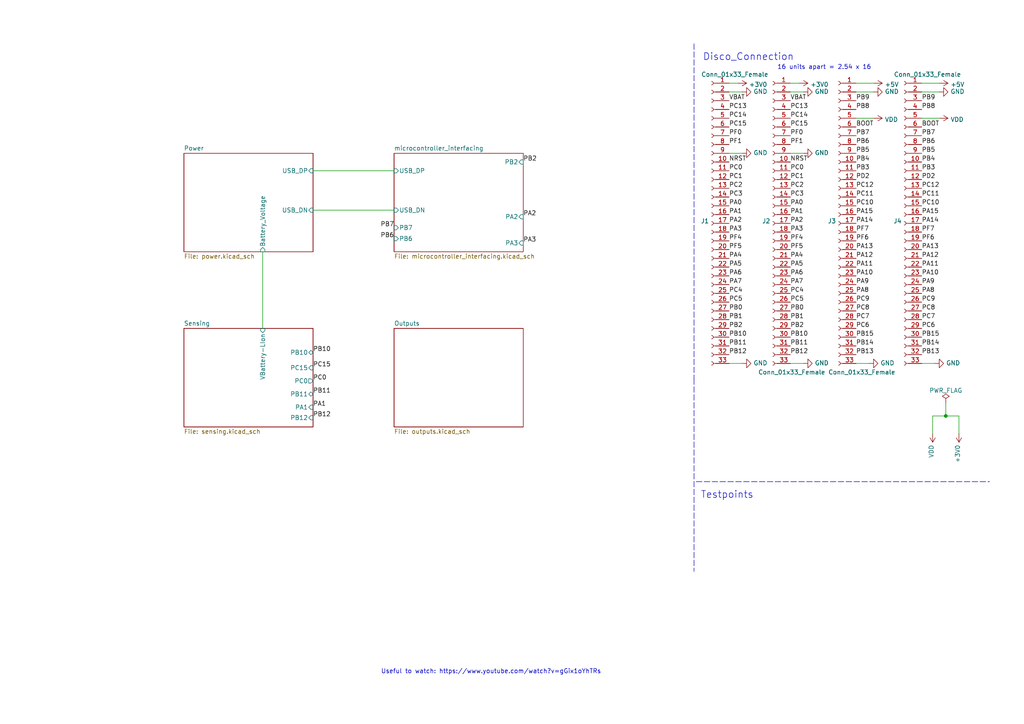
<source format=kicad_sch>
(kicad_sch (version 20211123) (generator eeschema)

  (uuid e63e39d7-6ac0-4ffd-8aa3-1841a4541b55)

  (paper "A4")

  (title_block
    (title "EEE3088F Template")
    (date "2022-04-02")
    (rev "v1.04")
    (company "University of Cape Town")
    (comment 3 "@Checked By: ")
    (comment 4 "@Authors: Justin Pead")
  )

  (lib_symbols
    (symbol "Connector:Conn_01x33_Female" (pin_names (offset 1.016) hide) (in_bom yes) (on_board yes)
      (property "Reference" "J" (id 0) (at 0 43.18 0)
        (effects (font (size 1.27 1.27)))
      )
      (property "Value" "Conn_01x33_Female" (id 1) (at 0 -43.18 0)
        (effects (font (size 1.27 1.27)))
      )
      (property "Footprint" "" (id 2) (at 0 0 0)
        (effects (font (size 1.27 1.27)) hide)
      )
      (property "Datasheet" "~" (id 3) (at 0 0 0)
        (effects (font (size 1.27 1.27)) hide)
      )
      (property "ki_keywords" "connector" (id 4) (at 0 0 0)
        (effects (font (size 1.27 1.27)) hide)
      )
      (property "ki_description" "Generic connector, single row, 01x33, script generated (kicad-library-utils/schlib/autogen/connector/)" (id 5) (at 0 0 0)
        (effects (font (size 1.27 1.27)) hide)
      )
      (property "ki_fp_filters" "Connector*:*_1x??_*" (id 6) (at 0 0 0)
        (effects (font (size 1.27 1.27)) hide)
      )
      (symbol "Conn_01x33_Female_1_1"
        (arc (start 0 -40.132) (mid -0.508 -40.64) (end 0 -41.148)
          (stroke (width 0.1524) (type default) (color 0 0 0 0))
          (fill (type none))
        )
        (arc (start 0 -37.592) (mid -0.508 -38.1) (end 0 -38.608)
          (stroke (width 0.1524) (type default) (color 0 0 0 0))
          (fill (type none))
        )
        (arc (start 0 -35.052) (mid -0.508 -35.56) (end 0 -36.068)
          (stroke (width 0.1524) (type default) (color 0 0 0 0))
          (fill (type none))
        )
        (arc (start 0 -32.512) (mid -0.508 -33.02) (end 0 -33.528)
          (stroke (width 0.1524) (type default) (color 0 0 0 0))
          (fill (type none))
        )
        (arc (start 0 -29.972) (mid -0.508 -30.48) (end 0 -30.988)
          (stroke (width 0.1524) (type default) (color 0 0 0 0))
          (fill (type none))
        )
        (arc (start 0 -27.432) (mid -0.508 -27.94) (end 0 -28.448)
          (stroke (width 0.1524) (type default) (color 0 0 0 0))
          (fill (type none))
        )
        (arc (start 0 -24.892) (mid -0.508 -25.4) (end 0 -25.908)
          (stroke (width 0.1524) (type default) (color 0 0 0 0))
          (fill (type none))
        )
        (arc (start 0 -22.352) (mid -0.508 -22.86) (end 0 -23.368)
          (stroke (width 0.1524) (type default) (color 0 0 0 0))
          (fill (type none))
        )
        (arc (start 0 -19.812) (mid -0.508 -20.32) (end 0 -20.828)
          (stroke (width 0.1524) (type default) (color 0 0 0 0))
          (fill (type none))
        )
        (arc (start 0 -17.272) (mid -0.508 -17.78) (end 0 -18.288)
          (stroke (width 0.1524) (type default) (color 0 0 0 0))
          (fill (type none))
        )
        (arc (start 0 -14.732) (mid -0.508 -15.24) (end 0 -15.748)
          (stroke (width 0.1524) (type default) (color 0 0 0 0))
          (fill (type none))
        )
        (arc (start 0 -12.192) (mid -0.508 -12.7) (end 0 -13.208)
          (stroke (width 0.1524) (type default) (color 0 0 0 0))
          (fill (type none))
        )
        (arc (start 0 -9.652) (mid -0.508 -10.16) (end 0 -10.668)
          (stroke (width 0.1524) (type default) (color 0 0 0 0))
          (fill (type none))
        )
        (arc (start 0 -7.112) (mid -0.508 -7.62) (end 0 -8.128)
          (stroke (width 0.1524) (type default) (color 0 0 0 0))
          (fill (type none))
        )
        (arc (start 0 -4.572) (mid -0.508 -5.08) (end 0 -5.588)
          (stroke (width 0.1524) (type default) (color 0 0 0 0))
          (fill (type none))
        )
        (arc (start 0 -2.032) (mid -0.508 -2.54) (end 0 -3.048)
          (stroke (width 0.1524) (type default) (color 0 0 0 0))
          (fill (type none))
        )
        (polyline
          (pts
            (xy -1.27 -40.64)
            (xy -0.508 -40.64)
          )
          (stroke (width 0.1524) (type default) (color 0 0 0 0))
          (fill (type none))
        )
        (polyline
          (pts
            (xy -1.27 -38.1)
            (xy -0.508 -38.1)
          )
          (stroke (width 0.1524) (type default) (color 0 0 0 0))
          (fill (type none))
        )
        (polyline
          (pts
            (xy -1.27 -35.56)
            (xy -0.508 -35.56)
          )
          (stroke (width 0.1524) (type default) (color 0 0 0 0))
          (fill (type none))
        )
        (polyline
          (pts
            (xy -1.27 -33.02)
            (xy -0.508 -33.02)
          )
          (stroke (width 0.1524) (type default) (color 0 0 0 0))
          (fill (type none))
        )
        (polyline
          (pts
            (xy -1.27 -30.48)
            (xy -0.508 -30.48)
          )
          (stroke (width 0.1524) (type default) (color 0 0 0 0))
          (fill (type none))
        )
        (polyline
          (pts
            (xy -1.27 -27.94)
            (xy -0.508 -27.94)
          )
          (stroke (width 0.1524) (type default) (color 0 0 0 0))
          (fill (type none))
        )
        (polyline
          (pts
            (xy -1.27 -25.4)
            (xy -0.508 -25.4)
          )
          (stroke (width 0.1524) (type default) (color 0 0 0 0))
          (fill (type none))
        )
        (polyline
          (pts
            (xy -1.27 -22.86)
            (xy -0.508 -22.86)
          )
          (stroke (width 0.1524) (type default) (color 0 0 0 0))
          (fill (type none))
        )
        (polyline
          (pts
            (xy -1.27 -20.32)
            (xy -0.508 -20.32)
          )
          (stroke (width 0.1524) (type default) (color 0 0 0 0))
          (fill (type none))
        )
        (polyline
          (pts
            (xy -1.27 -17.78)
            (xy -0.508 -17.78)
          )
          (stroke (width 0.1524) (type default) (color 0 0 0 0))
          (fill (type none))
        )
        (polyline
          (pts
            (xy -1.27 -15.24)
            (xy -0.508 -15.24)
          )
          (stroke (width 0.1524) (type default) (color 0 0 0 0))
          (fill (type none))
        )
        (polyline
          (pts
            (xy -1.27 -12.7)
            (xy -0.508 -12.7)
          )
          (stroke (width 0.1524) (type default) (color 0 0 0 0))
          (fill (type none))
        )
        (polyline
          (pts
            (xy -1.27 -10.16)
            (xy -0.508 -10.16)
          )
          (stroke (width 0.1524) (type default) (color 0 0 0 0))
          (fill (type none))
        )
        (polyline
          (pts
            (xy -1.27 -7.62)
            (xy -0.508 -7.62)
          )
          (stroke (width 0.1524) (type default) (color 0 0 0 0))
          (fill (type none))
        )
        (polyline
          (pts
            (xy -1.27 -5.08)
            (xy -0.508 -5.08)
          )
          (stroke (width 0.1524) (type default) (color 0 0 0 0))
          (fill (type none))
        )
        (polyline
          (pts
            (xy -1.27 -2.54)
            (xy -0.508 -2.54)
          )
          (stroke (width 0.1524) (type default) (color 0 0 0 0))
          (fill (type none))
        )
        (polyline
          (pts
            (xy -1.27 0)
            (xy -0.508 0)
          )
          (stroke (width 0.1524) (type default) (color 0 0 0 0))
          (fill (type none))
        )
        (polyline
          (pts
            (xy -1.27 2.54)
            (xy -0.508 2.54)
          )
          (stroke (width 0.1524) (type default) (color 0 0 0 0))
          (fill (type none))
        )
        (polyline
          (pts
            (xy -1.27 5.08)
            (xy -0.508 5.08)
          )
          (stroke (width 0.1524) (type default) (color 0 0 0 0))
          (fill (type none))
        )
        (polyline
          (pts
            (xy -1.27 7.62)
            (xy -0.508 7.62)
          )
          (stroke (width 0.1524) (type default) (color 0 0 0 0))
          (fill (type none))
        )
        (polyline
          (pts
            (xy -1.27 10.16)
            (xy -0.508 10.16)
          )
          (stroke (width 0.1524) (type default) (color 0 0 0 0))
          (fill (type none))
        )
        (polyline
          (pts
            (xy -1.27 12.7)
            (xy -0.508 12.7)
          )
          (stroke (width 0.1524) (type default) (color 0 0 0 0))
          (fill (type none))
        )
        (polyline
          (pts
            (xy -1.27 15.24)
            (xy -0.508 15.24)
          )
          (stroke (width 0.1524) (type default) (color 0 0 0 0))
          (fill (type none))
        )
        (polyline
          (pts
            (xy -1.27 17.78)
            (xy -0.508 17.78)
          )
          (stroke (width 0.1524) (type default) (color 0 0 0 0))
          (fill (type none))
        )
        (polyline
          (pts
            (xy -1.27 20.32)
            (xy -0.508 20.32)
          )
          (stroke (width 0.1524) (type default) (color 0 0 0 0))
          (fill (type none))
        )
        (polyline
          (pts
            (xy -1.27 22.86)
            (xy -0.508 22.86)
          )
          (stroke (width 0.1524) (type default) (color 0 0 0 0))
          (fill (type none))
        )
        (polyline
          (pts
            (xy -1.27 25.4)
            (xy -0.508 25.4)
          )
          (stroke (width 0.1524) (type default) (color 0 0 0 0))
          (fill (type none))
        )
        (polyline
          (pts
            (xy -1.27 27.94)
            (xy -0.508 27.94)
          )
          (stroke (width 0.1524) (type default) (color 0 0 0 0))
          (fill (type none))
        )
        (polyline
          (pts
            (xy -1.27 30.48)
            (xy -0.508 30.48)
          )
          (stroke (width 0.1524) (type default) (color 0 0 0 0))
          (fill (type none))
        )
        (polyline
          (pts
            (xy -1.27 33.02)
            (xy -0.508 33.02)
          )
          (stroke (width 0.1524) (type default) (color 0 0 0 0))
          (fill (type none))
        )
        (polyline
          (pts
            (xy -1.27 35.56)
            (xy -0.508 35.56)
          )
          (stroke (width 0.1524) (type default) (color 0 0 0 0))
          (fill (type none))
        )
        (polyline
          (pts
            (xy -1.27 38.1)
            (xy -0.508 38.1)
          )
          (stroke (width 0.1524) (type default) (color 0 0 0 0))
          (fill (type none))
        )
        (polyline
          (pts
            (xy -1.27 40.64)
            (xy -0.508 40.64)
          )
          (stroke (width 0.1524) (type default) (color 0 0 0 0))
          (fill (type none))
        )
        (arc (start 0 0.508) (mid -0.508 0) (end 0 -0.508)
          (stroke (width 0.1524) (type default) (color 0 0 0 0))
          (fill (type none))
        )
        (arc (start 0 3.048) (mid -0.508 2.54) (end 0 2.032)
          (stroke (width 0.1524) (type default) (color 0 0 0 0))
          (fill (type none))
        )
        (arc (start 0 5.588) (mid -0.508 5.08) (end 0 4.572)
          (stroke (width 0.1524) (type default) (color 0 0 0 0))
          (fill (type none))
        )
        (arc (start 0 8.128) (mid -0.508 7.62) (end 0 7.112)
          (stroke (width 0.1524) (type default) (color 0 0 0 0))
          (fill (type none))
        )
        (arc (start 0 10.668) (mid -0.508 10.16) (end 0 9.652)
          (stroke (width 0.1524) (type default) (color 0 0 0 0))
          (fill (type none))
        )
        (arc (start 0 13.208) (mid -0.508 12.7) (end 0 12.192)
          (stroke (width 0.1524) (type default) (color 0 0 0 0))
          (fill (type none))
        )
        (arc (start 0 15.748) (mid -0.508 15.24) (end 0 14.732)
          (stroke (width 0.1524) (type default) (color 0 0 0 0))
          (fill (type none))
        )
        (arc (start 0 18.288) (mid -0.508 17.78) (end 0 17.272)
          (stroke (width 0.1524) (type default) (color 0 0 0 0))
          (fill (type none))
        )
        (arc (start 0 20.828) (mid -0.508 20.32) (end 0 19.812)
          (stroke (width 0.1524) (type default) (color 0 0 0 0))
          (fill (type none))
        )
        (arc (start 0 23.368) (mid -0.508 22.86) (end 0 22.352)
          (stroke (width 0.1524) (type default) (color 0 0 0 0))
          (fill (type none))
        )
        (arc (start 0 25.908) (mid -0.508 25.4) (end 0 24.892)
          (stroke (width 0.1524) (type default) (color 0 0 0 0))
          (fill (type none))
        )
        (arc (start 0 28.448) (mid -0.508 27.94) (end 0 27.432)
          (stroke (width 0.1524) (type default) (color 0 0 0 0))
          (fill (type none))
        )
        (arc (start 0 30.988) (mid -0.508 30.48) (end 0 29.972)
          (stroke (width 0.1524) (type default) (color 0 0 0 0))
          (fill (type none))
        )
        (arc (start 0 33.528) (mid -0.508 33.02) (end 0 32.512)
          (stroke (width 0.1524) (type default) (color 0 0 0 0))
          (fill (type none))
        )
        (arc (start 0 36.068) (mid -0.508 35.56) (end 0 35.052)
          (stroke (width 0.1524) (type default) (color 0 0 0 0))
          (fill (type none))
        )
        (arc (start 0 38.608) (mid -0.508 38.1) (end 0 37.592)
          (stroke (width 0.1524) (type default) (color 0 0 0 0))
          (fill (type none))
        )
        (arc (start 0 41.148) (mid -0.508 40.64) (end 0 40.132)
          (stroke (width 0.1524) (type default) (color 0 0 0 0))
          (fill (type none))
        )
        (pin passive line (at -5.08 40.64 0) (length 3.81)
          (name "Pin_1" (effects (font (size 1.27 1.27))))
          (number "1" (effects (font (size 1.27 1.27))))
        )
        (pin passive line (at -5.08 17.78 0) (length 3.81)
          (name "Pin_10" (effects (font (size 1.27 1.27))))
          (number "10" (effects (font (size 1.27 1.27))))
        )
        (pin passive line (at -5.08 15.24 0) (length 3.81)
          (name "Pin_11" (effects (font (size 1.27 1.27))))
          (number "11" (effects (font (size 1.27 1.27))))
        )
        (pin passive line (at -5.08 12.7 0) (length 3.81)
          (name "Pin_12" (effects (font (size 1.27 1.27))))
          (number "12" (effects (font (size 1.27 1.27))))
        )
        (pin passive line (at -5.08 10.16 0) (length 3.81)
          (name "Pin_13" (effects (font (size 1.27 1.27))))
          (number "13" (effects (font (size 1.27 1.27))))
        )
        (pin passive line (at -5.08 7.62 0) (length 3.81)
          (name "Pin_14" (effects (font (size 1.27 1.27))))
          (number "14" (effects (font (size 1.27 1.27))))
        )
        (pin passive line (at -5.08 5.08 0) (length 3.81)
          (name "Pin_15" (effects (font (size 1.27 1.27))))
          (number "15" (effects (font (size 1.27 1.27))))
        )
        (pin passive line (at -5.08 2.54 0) (length 3.81)
          (name "Pin_16" (effects (font (size 1.27 1.27))))
          (number "16" (effects (font (size 1.27 1.27))))
        )
        (pin passive line (at -5.08 0 0) (length 3.81)
          (name "Pin_17" (effects (font (size 1.27 1.27))))
          (number "17" (effects (font (size 1.27 1.27))))
        )
        (pin passive line (at -5.08 -2.54 0) (length 3.81)
          (name "Pin_18" (effects (font (size 1.27 1.27))))
          (number "18" (effects (font (size 1.27 1.27))))
        )
        (pin passive line (at -5.08 -5.08 0) (length 3.81)
          (name "Pin_19" (effects (font (size 1.27 1.27))))
          (number "19" (effects (font (size 1.27 1.27))))
        )
        (pin passive line (at -5.08 38.1 0) (length 3.81)
          (name "Pin_2" (effects (font (size 1.27 1.27))))
          (number "2" (effects (font (size 1.27 1.27))))
        )
        (pin passive line (at -5.08 -7.62 0) (length 3.81)
          (name "Pin_20" (effects (font (size 1.27 1.27))))
          (number "20" (effects (font (size 1.27 1.27))))
        )
        (pin passive line (at -5.08 -10.16 0) (length 3.81)
          (name "Pin_21" (effects (font (size 1.27 1.27))))
          (number "21" (effects (font (size 1.27 1.27))))
        )
        (pin passive line (at -5.08 -12.7 0) (length 3.81)
          (name "Pin_22" (effects (font (size 1.27 1.27))))
          (number "22" (effects (font (size 1.27 1.27))))
        )
        (pin passive line (at -5.08 -15.24 0) (length 3.81)
          (name "Pin_23" (effects (font (size 1.27 1.27))))
          (number "23" (effects (font (size 1.27 1.27))))
        )
        (pin passive line (at -5.08 -17.78 0) (length 3.81)
          (name "Pin_24" (effects (font (size 1.27 1.27))))
          (number "24" (effects (font (size 1.27 1.27))))
        )
        (pin passive line (at -5.08 -20.32 0) (length 3.81)
          (name "Pin_25" (effects (font (size 1.27 1.27))))
          (number "25" (effects (font (size 1.27 1.27))))
        )
        (pin passive line (at -5.08 -22.86 0) (length 3.81)
          (name "Pin_26" (effects (font (size 1.27 1.27))))
          (number "26" (effects (font (size 1.27 1.27))))
        )
        (pin passive line (at -5.08 -25.4 0) (length 3.81)
          (name "Pin_27" (effects (font (size 1.27 1.27))))
          (number "27" (effects (font (size 1.27 1.27))))
        )
        (pin passive line (at -5.08 -27.94 0) (length 3.81)
          (name "Pin_28" (effects (font (size 1.27 1.27))))
          (number "28" (effects (font (size 1.27 1.27))))
        )
        (pin passive line (at -5.08 -30.48 0) (length 3.81)
          (name "Pin_29" (effects (font (size 1.27 1.27))))
          (number "29" (effects (font (size 1.27 1.27))))
        )
        (pin passive line (at -5.08 35.56 0) (length 3.81)
          (name "Pin_3" (effects (font (size 1.27 1.27))))
          (number "3" (effects (font (size 1.27 1.27))))
        )
        (pin passive line (at -5.08 -33.02 0) (length 3.81)
          (name "Pin_30" (effects (font (size 1.27 1.27))))
          (number "30" (effects (font (size 1.27 1.27))))
        )
        (pin passive line (at -5.08 -35.56 0) (length 3.81)
          (name "Pin_31" (effects (font (size 1.27 1.27))))
          (number "31" (effects (font (size 1.27 1.27))))
        )
        (pin passive line (at -5.08 -38.1 0) (length 3.81)
          (name "Pin_32" (effects (font (size 1.27 1.27))))
          (number "32" (effects (font (size 1.27 1.27))))
        )
        (pin passive line (at -5.08 -40.64 0) (length 3.81)
          (name "Pin_33" (effects (font (size 1.27 1.27))))
          (number "33" (effects (font (size 1.27 1.27))))
        )
        (pin passive line (at -5.08 33.02 0) (length 3.81)
          (name "Pin_4" (effects (font (size 1.27 1.27))))
          (number "4" (effects (font (size 1.27 1.27))))
        )
        (pin passive line (at -5.08 30.48 0) (length 3.81)
          (name "Pin_5" (effects (font (size 1.27 1.27))))
          (number "5" (effects (font (size 1.27 1.27))))
        )
        (pin passive line (at -5.08 27.94 0) (length 3.81)
          (name "Pin_6" (effects (font (size 1.27 1.27))))
          (number "6" (effects (font (size 1.27 1.27))))
        )
        (pin passive line (at -5.08 25.4 0) (length 3.81)
          (name "Pin_7" (effects (font (size 1.27 1.27))))
          (number "7" (effects (font (size 1.27 1.27))))
        )
        (pin passive line (at -5.08 22.86 0) (length 3.81)
          (name "Pin_8" (effects (font (size 1.27 1.27))))
          (number "8" (effects (font (size 1.27 1.27))))
        )
        (pin passive line (at -5.08 20.32 0) (length 3.81)
          (name "Pin_9" (effects (font (size 1.27 1.27))))
          (number "9" (effects (font (size 1.27 1.27))))
        )
      )
    )
    (symbol "power:+3V0" (power) (pin_names (offset 0)) (in_bom yes) (on_board yes)
      (property "Reference" "#PWR" (id 0) (at 0 -3.81 0)
        (effects (font (size 1.27 1.27)) hide)
      )
      (property "Value" "+3V0" (id 1) (at 0 3.556 0)
        (effects (font (size 1.27 1.27)))
      )
      (property "Footprint" "" (id 2) (at 0 0 0)
        (effects (font (size 1.27 1.27)) hide)
      )
      (property "Datasheet" "" (id 3) (at 0 0 0)
        (effects (font (size 1.27 1.27)) hide)
      )
      (property "ki_keywords" "power-flag" (id 4) (at 0 0 0)
        (effects (font (size 1.27 1.27)) hide)
      )
      (property "ki_description" "Power symbol creates a global label with name \"+3V0\"" (id 5) (at 0 0 0)
        (effects (font (size 1.27 1.27)) hide)
      )
      (symbol "+3V0_0_1"
        (polyline
          (pts
            (xy -0.762 1.27)
            (xy 0 2.54)
          )
          (stroke (width 0) (type default) (color 0 0 0 0))
          (fill (type none))
        )
        (polyline
          (pts
            (xy 0 0)
            (xy 0 2.54)
          )
          (stroke (width 0) (type default) (color 0 0 0 0))
          (fill (type none))
        )
        (polyline
          (pts
            (xy 0 2.54)
            (xy 0.762 1.27)
          )
          (stroke (width 0) (type default) (color 0 0 0 0))
          (fill (type none))
        )
      )
      (symbol "+3V0_1_1"
        (pin power_in line (at 0 0 90) (length 0) hide
          (name "+3V0" (effects (font (size 1.27 1.27))))
          (number "1" (effects (font (size 1.27 1.27))))
        )
      )
    )
    (symbol "power:+5V" (power) (pin_names (offset 0)) (in_bom yes) (on_board yes)
      (property "Reference" "#PWR" (id 0) (at 0 -3.81 0)
        (effects (font (size 1.27 1.27)) hide)
      )
      (property "Value" "+5V" (id 1) (at 0 3.556 0)
        (effects (font (size 1.27 1.27)))
      )
      (property "Footprint" "" (id 2) (at 0 0 0)
        (effects (font (size 1.27 1.27)) hide)
      )
      (property "Datasheet" "" (id 3) (at 0 0 0)
        (effects (font (size 1.27 1.27)) hide)
      )
      (property "ki_keywords" "power-flag" (id 4) (at 0 0 0)
        (effects (font (size 1.27 1.27)) hide)
      )
      (property "ki_description" "Power symbol creates a global label with name \"+5V\"" (id 5) (at 0 0 0)
        (effects (font (size 1.27 1.27)) hide)
      )
      (symbol "+5V_0_1"
        (polyline
          (pts
            (xy -0.762 1.27)
            (xy 0 2.54)
          )
          (stroke (width 0) (type default) (color 0 0 0 0))
          (fill (type none))
        )
        (polyline
          (pts
            (xy 0 0)
            (xy 0 2.54)
          )
          (stroke (width 0) (type default) (color 0 0 0 0))
          (fill (type none))
        )
        (polyline
          (pts
            (xy 0 2.54)
            (xy 0.762 1.27)
          )
          (stroke (width 0) (type default) (color 0 0 0 0))
          (fill (type none))
        )
      )
      (symbol "+5V_1_1"
        (pin power_in line (at 0 0 90) (length 0) hide
          (name "+5V" (effects (font (size 1.27 1.27))))
          (number "1" (effects (font (size 1.27 1.27))))
        )
      )
    )
    (symbol "power:GND" (power) (pin_names (offset 0)) (in_bom yes) (on_board yes)
      (property "Reference" "#PWR" (id 0) (at 0 -6.35 0)
        (effects (font (size 1.27 1.27)) hide)
      )
      (property "Value" "GND" (id 1) (at 0 -3.81 0)
        (effects (font (size 1.27 1.27)))
      )
      (property "Footprint" "" (id 2) (at 0 0 0)
        (effects (font (size 1.27 1.27)) hide)
      )
      (property "Datasheet" "" (id 3) (at 0 0 0)
        (effects (font (size 1.27 1.27)) hide)
      )
      (property "ki_keywords" "power-flag" (id 4) (at 0 0 0)
        (effects (font (size 1.27 1.27)) hide)
      )
      (property "ki_description" "Power symbol creates a global label with name \"GND\" , ground" (id 5) (at 0 0 0)
        (effects (font (size 1.27 1.27)) hide)
      )
      (symbol "GND_0_1"
        (polyline
          (pts
            (xy 0 0)
            (xy 0 -1.27)
            (xy 1.27 -1.27)
            (xy 0 -2.54)
            (xy -1.27 -1.27)
            (xy 0 -1.27)
          )
          (stroke (width 0) (type default) (color 0 0 0 0))
          (fill (type none))
        )
      )
      (symbol "GND_1_1"
        (pin power_in line (at 0 0 270) (length 0) hide
          (name "GND" (effects (font (size 1.27 1.27))))
          (number "1" (effects (font (size 1.27 1.27))))
        )
      )
    )
    (symbol "power:PWR_FLAG" (power) (pin_numbers hide) (pin_names (offset 0) hide) (in_bom yes) (on_board yes)
      (property "Reference" "#FLG" (id 0) (at 0 1.905 0)
        (effects (font (size 1.27 1.27)) hide)
      )
      (property "Value" "PWR_FLAG" (id 1) (at 0 3.81 0)
        (effects (font (size 1.27 1.27)))
      )
      (property "Footprint" "" (id 2) (at 0 0 0)
        (effects (font (size 1.27 1.27)) hide)
      )
      (property "Datasheet" "~" (id 3) (at 0 0 0)
        (effects (font (size 1.27 1.27)) hide)
      )
      (property "ki_keywords" "power-flag" (id 4) (at 0 0 0)
        (effects (font (size 1.27 1.27)) hide)
      )
      (property "ki_description" "Special symbol for telling ERC where power comes from" (id 5) (at 0 0 0)
        (effects (font (size 1.27 1.27)) hide)
      )
      (symbol "PWR_FLAG_0_0"
        (pin power_out line (at 0 0 90) (length 0)
          (name "pwr" (effects (font (size 1.27 1.27))))
          (number "1" (effects (font (size 1.27 1.27))))
        )
      )
      (symbol "PWR_FLAG_0_1"
        (polyline
          (pts
            (xy 0 0)
            (xy 0 1.27)
            (xy -1.016 1.905)
            (xy 0 2.54)
            (xy 1.016 1.905)
            (xy 0 1.27)
          )
          (stroke (width 0) (type default) (color 0 0 0 0))
          (fill (type none))
        )
      )
    )
    (symbol "power:VDD" (power) (pin_names (offset 0)) (in_bom yes) (on_board yes)
      (property "Reference" "#PWR" (id 0) (at 0 -3.81 0)
        (effects (font (size 1.27 1.27)) hide)
      )
      (property "Value" "VDD" (id 1) (at 0 3.81 0)
        (effects (font (size 1.27 1.27)))
      )
      (property "Footprint" "" (id 2) (at 0 0 0)
        (effects (font (size 1.27 1.27)) hide)
      )
      (property "Datasheet" "" (id 3) (at 0 0 0)
        (effects (font (size 1.27 1.27)) hide)
      )
      (property "ki_keywords" "power-flag" (id 4) (at 0 0 0)
        (effects (font (size 1.27 1.27)) hide)
      )
      (property "ki_description" "Power symbol creates a global label with name \"VDD\"" (id 5) (at 0 0 0)
        (effects (font (size 1.27 1.27)) hide)
      )
      (symbol "VDD_0_1"
        (polyline
          (pts
            (xy -0.762 1.27)
            (xy 0 2.54)
          )
          (stroke (width 0) (type default) (color 0 0 0 0))
          (fill (type none))
        )
        (polyline
          (pts
            (xy 0 0)
            (xy 0 2.54)
          )
          (stroke (width 0) (type default) (color 0 0 0 0))
          (fill (type none))
        )
        (polyline
          (pts
            (xy 0 2.54)
            (xy 0.762 1.27)
          )
          (stroke (width 0) (type default) (color 0 0 0 0))
          (fill (type none))
        )
      )
      (symbol "VDD_1_1"
        (pin power_in line (at 0 0 90) (length 0) hide
          (name "VDD" (effects (font (size 1.27 1.27))))
          (number "1" (effects (font (size 1.27 1.27))))
        )
      )
    )
  )

  (junction (at 274.32 120.65) (diameter 0) (color 0 0 0 0)
    (uuid 32c5f7c7-daf8-41be-b6e9-1301fb36946c)
  )

  (wire (pts (xy 270.51 125.73) (xy 270.51 120.65))
    (stroke (width 0) (type default) (color 0 0 0 0))
    (uuid 1e60c218-2d6b-4e7d-8496-d16c9c533918)
  )
  (wire (pts (xy 211.455 44.45) (xy 215.265 44.45))
    (stroke (width 0) (type default) (color 0 0 0 0))
    (uuid 2361ed9d-44ac-40c1-ab71-db1419d4ef87)
  )
  (wire (pts (xy 270.51 120.65) (xy 274.32 120.65))
    (stroke (width 0) (type default) (color 0 0 0 0))
    (uuid 30acfd6b-0d77-44a1-8454-ac86b830f783)
  )
  (wire (pts (xy 274.32 116.84) (xy 274.32 120.65))
    (stroke (width 0) (type default) (color 0 0 0 0))
    (uuid 32ea84ee-30f8-4ce0-beed-3cd0b8fe2c82)
  )
  (polyline (pts (xy 201.295 12.7) (xy 201.295 109.855))
    (stroke (width 0) (type default) (color 0 0 0 0))
    (uuid 3a983f51-42e8-405a-9e04-43b2dcabad73)
  )

  (wire (pts (xy 278.13 125.73) (xy 278.13 120.65))
    (stroke (width 0) (type default) (color 0 0 0 0))
    (uuid 42985fc3-6bcd-4f09-b1a6-5c7c9b5819ac)
  )
  (wire (pts (xy 248.285 26.67) (xy 253.365 26.67))
    (stroke (width 0) (type default) (color 0 0 0 0))
    (uuid 5379d081-922a-4828-9d43-7b2f2572d06c)
  )
  (wire (pts (xy 229.235 24.13) (xy 231.775 24.13))
    (stroke (width 0) (type default) (color 0 0 0 0))
    (uuid 5d9cc826-4756-4365-b769-24e883398d0a)
  )
  (polyline (pts (xy 201.295 109.855) (xy 201.295 165.735))
    (stroke (width 0) (type default) (color 0 0 0 0))
    (uuid 6afb9509-4267-45b9-b7dd-802c6961c178)
  )

  (wire (pts (xy 278.13 120.65) (xy 274.32 120.65))
    (stroke (width 0) (type default) (color 0 0 0 0))
    (uuid 7f685d5d-db26-48af-826b-ed720401e04e)
  )
  (wire (pts (xy 248.285 34.29) (xy 253.365 34.29))
    (stroke (width 0) (type default) (color 0 0 0 0))
    (uuid 93927c49-5ee1-4ac6-b668-9cc01dba8402)
  )
  (wire (pts (xy 90.805 49.53) (xy 114.3 49.53))
    (stroke (width 0) (type default) (color 0 0 0 0))
    (uuid 974030ae-7229-4072-bed6-b4f76afd838e)
  )
  (wire (pts (xy 253.365 24.13) (xy 248.285 24.13))
    (stroke (width 0) (type default) (color 0 0 0 0))
    (uuid 97db24fe-c1f7-4f86-9060-dc632af2d885)
  )
  (wire (pts (xy 211.455 24.13) (xy 213.995 24.13))
    (stroke (width 0) (type default) (color 0 0 0 0))
    (uuid a1f347f0-3fa4-4dbd-b2cf-d3082bc4e36a)
  )
  (wire (pts (xy 233.045 105.41) (xy 229.235 105.41))
    (stroke (width 0) (type default) (color 0 0 0 0))
    (uuid ad9624f8-cf25-4b9a-95b1-2c64fccd57f6)
  )
  (wire (pts (xy 229.235 26.67) (xy 233.045 26.67))
    (stroke (width 0) (type default) (color 0 0 0 0))
    (uuid b6346b0a-bb01-4e48-89f7-5054374e0d0d)
  )
  (wire (pts (xy 229.235 44.45) (xy 233.045 44.45))
    (stroke (width 0) (type default) (color 0 0 0 0))
    (uuid be40a792-1fff-4ce1-a6d8-41730132bad4)
  )
  (wire (pts (xy 76.2 73.025) (xy 76.2 95.25))
    (stroke (width 0) (type default) (color 0 0 0 0))
    (uuid c5306136-8c19-4296-9c1d-a9542cc1f87f)
  )
  (wire (pts (xy 272.415 24.13) (xy 267.335 24.13))
    (stroke (width 0) (type default) (color 0 0 0 0))
    (uuid ce824579-a256-4757-8547-32bf1db63637)
  )
  (polyline (pts (xy 201.93 139.7) (xy 287.02 139.7))
    (stroke (width 0) (type default) (color 0 0 0 0))
    (uuid cf73e051-ef77-45e3-a6de-4581a251cde1)
  )

  (wire (pts (xy 211.455 26.67) (xy 215.265 26.67))
    (stroke (width 0) (type default) (color 0 0 0 0))
    (uuid dc419a21-b30b-44db-8d8a-272c5f8ad6c6)
  )
  (wire (pts (xy 90.805 60.96) (xy 114.3 60.96))
    (stroke (width 0) (type default) (color 0 0 0 0))
    (uuid ddc99557-1cec-4f62-b44b-d6d0882a76b6)
  )
  (wire (pts (xy 248.285 105.41) (xy 252.095 105.41))
    (stroke (width 0) (type default) (color 0 0 0 0))
    (uuid dfdaa22a-0489-48da-8a56-737e4c4366e1)
  )
  (wire (pts (xy 267.335 105.41) (xy 271.145 105.41))
    (stroke (width 0) (type default) (color 0 0 0 0))
    (uuid e1a929c4-c484-4255-9524-8c224d1f6e73)
  )
  (wire (pts (xy 267.335 26.67) (xy 272.415 26.67))
    (stroke (width 0) (type default) (color 0 0 0 0))
    (uuid e567c545-204a-4e4a-bfa9-ae48e2366f9a)
  )
  (wire (pts (xy 215.265 105.41) (xy 211.455 105.41))
    (stroke (width 0) (type default) (color 0 0 0 0))
    (uuid f03f8712-a7f0-45ba-8dbf-7ce6f298ed42)
  )
  (wire (pts (xy 267.335 34.29) (xy 272.415 34.29))
    (stroke (width 0) (type default) (color 0 0 0 0))
    (uuid f66b82ab-c203-4cb4-84ea-abcb2cd50a9c)
  )

  (text "Useful to watch: https://www.youtube.com/watch?v=gGix1oYhTRs"
    (at 110.49 195.58 0)
    (effects (font (size 1.27 1.27)) (justify left bottom))
    (uuid 18a8e287-d1c7-45b6-a196-710aa99585f3)
  )
  (text "16 units apart = 2.54 x 16" (at 225.425 20.32 0)
    (effects (font (size 1.27 1.27)) (justify left bottom))
    (uuid 9328bf5e-c997-4667-847d-cf51587a0583)
  )
  (text "Disco_Connection" (at 203.835 17.78 0)
    (effects (font (size 2.0066 2.0066)) (justify left bottom))
    (uuid bba52ae1-2c60-4612-b640-b785ed4cdd7e)
  )
  (text "Testpoints" (at 203.2 144.78 0)
    (effects (font (size 2.0066 2.0066)) (justify left bottom))
    (uuid f205d1ef-3ec2-4153-92b9-77f602b37fac)
  )

  (label "PC14" (at 211.455 34.29 0)
    (effects (font (size 1.27 1.27)) (justify left bottom))
    (uuid 013a1c32-db17-4fdf-9087-65b8bebaf5c1)
  )
  (label "PC11" (at 248.285 57.15 0)
    (effects (font (size 1.27 1.27)) (justify left bottom))
    (uuid 019b9904-3bfd-4fd4-9d41-96b38c16849e)
  )
  (label "PB2" (at 211.455 95.25 0)
    (effects (font (size 1.27 1.27)) (justify left bottom))
    (uuid 051d4750-b73a-474f-abf5-a58dadb01c92)
  )
  (label "PA3" (at 151.765 70.485 0)
    (effects (font (size 1.27 1.27)) (justify left bottom))
    (uuid 07e1998d-41e3-4ebc-9114-25532415ca53)
  )
  (label "PB6" (at 248.285 41.91 0)
    (effects (font (size 1.27 1.27)) (justify left bottom))
    (uuid 0afc6592-c2db-4caa-a22b-f13f9e7e1c40)
  )
  (label "PB6" (at 114.3 69.215 180)
    (effects (font (size 1.27 1.27)) (justify right bottom))
    (uuid 12017c68-1802-4d75-819d-3354dd613e46)
  )
  (label "PB14" (at 267.335 100.33 0)
    (effects (font (size 1.27 1.27)) (justify left bottom))
    (uuid 15ddbae8-4879-44da-8c42-497366b84781)
  )
  (label "PA15" (at 267.335 62.23 0)
    (effects (font (size 1.27 1.27)) (justify left bottom))
    (uuid 15f86f86-6612-462a-a1d2-f730a8788a9a)
  )
  (label "PB14" (at 248.285 100.33 0)
    (effects (font (size 1.27 1.27)) (justify left bottom))
    (uuid 168a0226-3f44-46ec-a72a-15290137bd66)
  )
  (label "PA11" (at 267.335 77.47 0)
    (effects (font (size 1.27 1.27)) (justify left bottom))
    (uuid 17c7b03d-e4b9-4587-b2ce-0ee7a9d30575)
  )
  (label "PC7" (at 248.285 92.71 0)
    (effects (font (size 1.27 1.27)) (justify left bottom))
    (uuid 18406746-0f9d-4d88-9ef2-8423e08576f0)
  )
  (label "PB6" (at 267.335 41.91 0)
    (effects (font (size 1.27 1.27)) (justify left bottom))
    (uuid 1aa01b33-85ec-45ea-bfaa-b88738576f2f)
  )
  (label "PA8" (at 267.335 85.09 0)
    (effects (font (size 1.27 1.27)) (justify left bottom))
    (uuid 2009ab3a-f4bf-4c63-a0fe-9d170c762787)
  )
  (label "PC9" (at 248.285 87.63 0)
    (effects (font (size 1.27 1.27)) (justify left bottom))
    (uuid 20ac7a70-5cb9-4418-b061-8e4ee8d36b79)
  )
  (label "PB15" (at 267.335 97.79 0)
    (effects (font (size 1.27 1.27)) (justify left bottom))
    (uuid 23a49e10-e7d0-41d9-a15a-25ac614cee99)
  )
  (label "PC11" (at 267.335 57.15 0)
    (effects (font (size 1.27 1.27)) (justify left bottom))
    (uuid 28f5d24e-b605-4fad-9e07-a157526f5710)
  )
  (label "PC1" (at 211.455 52.07 0)
    (effects (font (size 1.27 1.27)) (justify left bottom))
    (uuid 2bf34b7c-94ca-4ac8-94c5-6312536f342f)
  )
  (label "PA1" (at 229.235 62.23 0)
    (effects (font (size 1.27 1.27)) (justify left bottom))
    (uuid 2e2c4431-7ad4-4101-b72a-e48147e24a71)
  )
  (label "PF7" (at 267.335 67.31 0)
    (effects (font (size 1.27 1.27)) (justify left bottom))
    (uuid 311a70eb-5859-4da6-8fe4-344b06368e0f)
  )
  (label "PC0" (at 229.235 49.53 0)
    (effects (font (size 1.27 1.27)) (justify left bottom))
    (uuid 31ae1ddb-55f8-4875-b94d-87a4d0c86414)
  )
  (label "PB11" (at 90.805 114.3 0)
    (effects (font (size 1.27 1.27)) (justify left bottom))
    (uuid 33b0a3b5-4ad2-4861-ae7a-f511fedcbc92)
  )
  (label "PF7" (at 248.285 67.31 0)
    (effects (font (size 1.27 1.27)) (justify left bottom))
    (uuid 37b282c6-a944-47fd-a51e-f59b7e5f431e)
  )
  (label "PA12" (at 267.335 74.93 0)
    (effects (font (size 1.27 1.27)) (justify left bottom))
    (uuid 381ea437-8589-413a-8d00-c27a465a3773)
  )
  (label "PC15" (at 211.455 36.83 0)
    (effects (font (size 1.27 1.27)) (justify left bottom))
    (uuid 39f65f62-d48a-4aa3-a9a3-c17d058105fe)
  )
  (label "PC1" (at 229.235 52.07 0)
    (effects (font (size 1.27 1.27)) (justify left bottom))
    (uuid 3a41f6b2-d64e-4fc9-9c78-62461e28f42c)
  )
  (label "PC13" (at 229.235 31.75 0)
    (effects (font (size 1.27 1.27)) (justify left bottom))
    (uuid 3b5cbb6d-677b-4641-88bd-7044bfd6bfae)
  )
  (label "VBAT" (at 229.235 29.21 0)
    (effects (font (size 1.27 1.27)) (justify left bottom))
    (uuid 3c847883-a462-4ea9-9466-d1dd1edc5a97)
  )
  (label "PC6" (at 267.335 95.25 0)
    (effects (font (size 1.27 1.27)) (justify left bottom))
    (uuid 3d774050-1f75-473e-bdf5-d052504e6a25)
  )
  (label "PA4" (at 211.455 74.93 0)
    (effects (font (size 1.27 1.27)) (justify left bottom))
    (uuid 3f43b8cc-e232-4de4-a8bc-56a1a1c0a87a)
  )
  (label "BOOT" (at 248.285 36.83 0)
    (effects (font (size 1.27 1.27)) (justify left bottom))
    (uuid 3f6533ba-c4f9-46fc-b56b-e4570f6ba8d8)
  )
  (label "PB5" (at 248.285 44.45 0)
    (effects (font (size 1.27 1.27)) (justify left bottom))
    (uuid 42ec88f7-d7f3-40cf-8759-f8c5477df41e)
  )
  (label "PC8" (at 267.335 90.17 0)
    (effects (font (size 1.27 1.27)) (justify left bottom))
    (uuid 432045b0-7589-468b-8659-999ac30c51fa)
  )
  (label "PB7" (at 267.335 39.37 0)
    (effects (font (size 1.27 1.27)) (justify left bottom))
    (uuid 4362e6ac-6290-4071-922f-911c69fdd561)
  )
  (label "PA13" (at 267.335 72.39 0)
    (effects (font (size 1.27 1.27)) (justify left bottom))
    (uuid 437daa66-7365-482e-804c-8098c6a0905c)
  )
  (label "PD2" (at 248.285 52.07 0)
    (effects (font (size 1.27 1.27)) (justify left bottom))
    (uuid 43cc948b-7aa9-4530-a448-911bd0e35fae)
  )
  (label "PA2" (at 151.765 62.865 0)
    (effects (font (size 1.27 1.27)) (justify left bottom))
    (uuid 4406ddc8-0e1b-4679-a0fb-9aceaedd4d4c)
  )
  (label "PC12" (at 248.285 54.61 0)
    (effects (font (size 1.27 1.27)) (justify left bottom))
    (uuid 449c1c23-1f0d-4ed5-b566-2c18ec95c2a3)
  )
  (label "PC0" (at 90.805 110.49 0)
    (effects (font (size 1.27 1.27)) (justify left bottom))
    (uuid 45216cd1-4e78-4929-8ae8-f2978d521c21)
  )
  (label "PC10" (at 248.285 59.69 0)
    (effects (font (size 1.27 1.27)) (justify left bottom))
    (uuid 4829bee0-faa8-43f7-b2d7-8a6e5d1b3050)
  )
  (label "PB1" (at 211.455 92.71 0)
    (effects (font (size 1.27 1.27)) (justify left bottom))
    (uuid 487ede9d-e4e2-47c1-b417-084ff862638c)
  )
  (label "PB9" (at 267.335 29.21 0)
    (effects (font (size 1.27 1.27)) (justify left bottom))
    (uuid 49956dd5-35c0-4b9f-8b2a-6f2b8918bd8c)
  )
  (label "PA2" (at 229.235 64.77 0)
    (effects (font (size 1.27 1.27)) (justify left bottom))
    (uuid 4a8c099c-07ef-47db-b188-6f8b7978d1d4)
  )
  (label "PA10" (at 267.335 80.01 0)
    (effects (font (size 1.27 1.27)) (justify left bottom))
    (uuid 4d290f63-844a-4f7b-8aec-c610c29b1e2f)
  )
  (label "PB5" (at 267.335 44.45 0)
    (effects (font (size 1.27 1.27)) (justify left bottom))
    (uuid 4d759aa0-1145-43ae-a507-a45f6fc89e2a)
  )
  (label "PF5" (at 211.455 72.39 0)
    (effects (font (size 1.27 1.27)) (justify left bottom))
    (uuid 539ff21e-64a5-4d0a-a3c6-87ad104f3729)
  )
  (label "PB13" (at 248.285 102.87 0)
    (effects (font (size 1.27 1.27)) (justify left bottom))
    (uuid 54562a16-6662-4d1b-9b50-45ed0ae36481)
  )
  (label "PC4" (at 229.235 85.09 0)
    (effects (font (size 1.27 1.27)) (justify left bottom))
    (uuid 5600b446-cc57-4d99-a6dd-3cb2f076483c)
  )
  (label "PC15" (at 229.235 36.83 0)
    (effects (font (size 1.27 1.27)) (justify left bottom))
    (uuid 58e43a80-a74c-4a45-a990-a8fe7ecac27a)
  )
  (label "PA1" (at 90.805 118.11 0)
    (effects (font (size 1.27 1.27)) (justify left bottom))
    (uuid 5c576885-2e7a-4683-9bf9-7c34c89b3529)
  )
  (label "PB1" (at 229.235 92.71 0)
    (effects (font (size 1.27 1.27)) (justify left bottom))
    (uuid 5c98cb3c-93cf-496b-a0fd-51386a56d77e)
  )
  (label "PA5" (at 229.235 77.47 0)
    (effects (font (size 1.27 1.27)) (justify left bottom))
    (uuid 5f88a249-af85-4825-b9e1-a3ec67ffc637)
  )
  (label "PC0" (at 211.455 49.53 0)
    (effects (font (size 1.27 1.27)) (justify left bottom))
    (uuid 61e795c9-5bb5-48b3-b7a0-cb64f04c7adc)
  )
  (label "PB7" (at 248.285 39.37 0)
    (effects (font (size 1.27 1.27)) (justify left bottom))
    (uuid 62b6b2b3-6ade-4e95-8062-936451a2172f)
  )
  (label "PB0" (at 229.235 90.17 0)
    (effects (font (size 1.27 1.27)) (justify left bottom))
    (uuid 6d4e5957-6764-40d7-9d3e-e16ba095c79a)
  )
  (label "PA5" (at 211.455 77.47 0)
    (effects (font (size 1.27 1.27)) (justify left bottom))
    (uuid 6db4c715-f604-4ad5-b3e6-77e085153a04)
  )
  (label "PC8" (at 248.285 90.17 0)
    (effects (font (size 1.27 1.27)) (justify left bottom))
    (uuid 6f581e98-caac-4a3a-b0ed-76aab462e56a)
  )
  (label "PA3" (at 229.235 67.31 0)
    (effects (font (size 1.27 1.27)) (justify left bottom))
    (uuid 73975e5a-04c0-454b-b7b1-06dcb3c81497)
  )
  (label "PA10" (at 248.285 80.01 0)
    (effects (font (size 1.27 1.27)) (justify left bottom))
    (uuid 73b08644-febb-4c1e-9b8f-826cf4cd7348)
  )
  (label "PB12" (at 211.455 102.87 0)
    (effects (font (size 1.27 1.27)) (justify left bottom))
    (uuid 73e2a101-0bc0-414b-9aa7-7eeb8a3caef1)
  )
  (label "PB10" (at 211.455 97.79 0)
    (effects (font (size 1.27 1.27)) (justify left bottom))
    (uuid 74a9c3ca-08aa-4a6a-9a4f-5ecc24362076)
  )
  (label "PB3" (at 267.335 49.53 0)
    (effects (font (size 1.27 1.27)) (justify left bottom))
    (uuid 7759bcaf-350b-4897-a675-aaf4fb3e75fe)
  )
  (label "PA14" (at 248.285 64.77 0)
    (effects (font (size 1.27 1.27)) (justify left bottom))
    (uuid 77b09fa1-fbbb-49ab-94c4-069660b694ff)
  )
  (label "VBAT" (at 211.455 29.21 0)
    (effects (font (size 1.27 1.27)) (justify left bottom))
    (uuid 78a4062b-d2b4-4346-a029-0257bf4c7e99)
  )
  (label "PB7" (at 114.3 66.04 180)
    (effects (font (size 1.27 1.27)) (justify right bottom))
    (uuid 7c2f439a-ce35-436a-99ef-1e3155f0cf7d)
  )
  (label "PC6" (at 248.285 95.25 0)
    (effects (font (size 1.27 1.27)) (justify left bottom))
    (uuid 7cc91655-208f-4c40-986f-00fd054b4b29)
  )
  (label "PA7" (at 229.235 82.55 0)
    (effects (font (size 1.27 1.27)) (justify left bottom))
    (uuid 7e9c7b14-3332-49ee-a587-5014a80db3f9)
  )
  (label "PA3" (at 211.455 67.31 0)
    (effects (font (size 1.27 1.27)) (justify left bottom))
    (uuid 7f097960-df20-42e0-a8ee-4e05e78c0d2e)
  )
  (label "PB11" (at 211.455 100.33 0)
    (effects (font (size 1.27 1.27)) (justify left bottom))
    (uuid 7f2c9904-545b-4337-acd6-8707e0924818)
  )
  (label "PC4" (at 211.455 85.09 0)
    (effects (font (size 1.27 1.27)) (justify left bottom))
    (uuid 7fa098fb-b644-4e64-920e-8328b5d12f21)
  )
  (label "PC14" (at 229.235 34.29 0)
    (effects (font (size 1.27 1.27)) (justify left bottom))
    (uuid 7ff097b5-a55d-47f6-a955-3ddc5f3d0fd8)
  )
  (label "PC2" (at 229.235 54.61 0)
    (effects (font (size 1.27 1.27)) (justify left bottom))
    (uuid 815a0815-7930-45ec-8d6e-dc110f979c75)
  )
  (label "PF4" (at 229.235 69.85 0)
    (effects (font (size 1.27 1.27)) (justify left bottom))
    (uuid 822cf157-ecb8-46d7-8cc6-5f0248fd6b37)
  )
  (label "PB2" (at 229.235 95.25 0)
    (effects (font (size 1.27 1.27)) (justify left bottom))
    (uuid 842c62a3-da79-4cc2-9eb8-0e81d553171d)
  )
  (label "PF0" (at 211.455 39.37 0)
    (effects (font (size 1.27 1.27)) (justify left bottom))
    (uuid 85762fc6-4dad-4d00-b3f3-d625c47e2b72)
  )
  (label "PA2" (at 211.455 64.77 0)
    (effects (font (size 1.27 1.27)) (justify left bottom))
    (uuid 875404be-e359-458a-af29-1bd3403dd55f)
  )
  (label "PA12" (at 248.285 74.93 0)
    (effects (font (size 1.27 1.27)) (justify left bottom))
    (uuid 899f373a-cf16-4f13-9d21-dfc8f80ca371)
  )
  (label "PC5" (at 229.235 87.63 0)
    (effects (font (size 1.27 1.27)) (justify left bottom))
    (uuid 8a56a0e1-0b83-4459-b285-5106d6ccafbb)
  )
  (label "PA6" (at 229.235 80.01 0)
    (effects (font (size 1.27 1.27)) (justify left bottom))
    (uuid 8cb63406-42c5-417f-9384-cf8cdba62340)
  )
  (label "PC13" (at 211.455 31.75 0)
    (effects (font (size 1.27 1.27)) (justify left bottom))
    (uuid 8de39313-d6b3-49d5-879e-e7c755da7625)
  )
  (label "PB13" (at 267.335 102.87 0)
    (effects (font (size 1.27 1.27)) (justify left bottom))
    (uuid 9098a6bf-eae0-4636-90c3-6c2f5d9401fd)
  )
  (label "NRST" (at 229.235 46.99 0)
    (effects (font (size 1.27 1.27)) (justify left bottom))
    (uuid 92ba8945-0271-4dc3-a102-541bc7646045)
  )
  (label "PB4" (at 267.335 46.99 0)
    (effects (font (size 1.27 1.27)) (justify left bottom))
    (uuid 971c1271-0f6f-46b9-8494-7107930ab4af)
  )
  (label "PA6" (at 211.455 80.01 0)
    (effects (font (size 1.27 1.27)) (justify left bottom))
    (uuid 9801ccc8-5152-40bb-932d-67072f8cd8ad)
  )
  (label "PF1" (at 229.235 41.91 0)
    (effects (font (size 1.27 1.27)) (justify left bottom))
    (uuid 9b11964f-5943-49c9-bbf0-08d035779463)
  )
  (label "BOOT" (at 267.335 36.83 0)
    (effects (font (size 1.27 1.27)) (justify left bottom))
    (uuid 9c8b409b-0d1b-49e5-8fed-acd83e0e8b3e)
  )
  (label "PB12" (at 90.805 121.158 0)
    (effects (font (size 1.27 1.27)) (justify left bottom))
    (uuid 9d78a8dc-8032-4da3-b493-fa4834aad24e)
  )
  (label "PA4" (at 229.235 74.93 0)
    (effects (font (size 1.27 1.27)) (justify left bottom))
    (uuid 9f7b3295-d16c-467f-88f6-2ab8ee650e3a)
  )
  (label "PB15" (at 248.285 97.79 0)
    (effects (font (size 1.27 1.27)) (justify left bottom))
    (uuid a1bbbcb7-3394-4d47-a7e2-c5aca5915b62)
  )
  (label "PB4" (at 248.285 46.99 0)
    (effects (font (size 1.27 1.27)) (justify left bottom))
    (uuid a1cf3838-7a06-43e1-a94f-aa849ba69819)
  )
  (label "PF0" (at 229.235 39.37 0)
    (effects (font (size 1.27 1.27)) (justify left bottom))
    (uuid a43501fb-72a9-4536-bb81-9f53755e8169)
  )
  (label "PB8" (at 267.335 31.75 0)
    (effects (font (size 1.27 1.27)) (justify left bottom))
    (uuid a5129eb7-d259-4824-8f60-442feba02c79)
  )
  (label "PC5" (at 211.455 87.63 0)
    (effects (font (size 1.27 1.27)) (justify left bottom))
    (uuid a6353897-349e-4000-937a-994d7719e8ce)
  )
  (label "PA0" (at 211.455 59.69 0)
    (effects (font (size 1.27 1.27)) (justify left bottom))
    (uuid aeef9f8f-2515-46d6-a613-4e8d98d0e468)
  )
  (label "PB11" (at 229.235 100.33 0)
    (effects (font (size 1.27 1.27)) (justify left bottom))
    (uuid b2944857-047d-4655-a00b-49e658220448)
  )
  (label "PC12" (at 267.335 54.61 0)
    (effects (font (size 1.27 1.27)) (justify left bottom))
    (uuid b4450c83-6da6-4393-a892-92bf8cbec8aa)
  )
  (label "PB2" (at 151.765 46.99 0)
    (effects (font (size 1.27 1.27)) (justify left bottom))
    (uuid b53435cf-4df1-4302-9a07-be93e2e0cbf1)
  )
  (label "PC7" (at 267.335 92.71 0)
    (effects (font (size 1.27 1.27)) (justify left bottom))
    (uuid b8e9717b-c8d9-44dd-9eb5-d37e3b2c2fb5)
  )
  (label "PF5" (at 229.235 72.39 0)
    (effects (font (size 1.27 1.27)) (justify left bottom))
    (uuid bdb69042-8fa0-4d7e-be19-fed7218cdfd8)
  )
  (label "PC15" (at 90.805 106.68 0)
    (effects (font (size 1.27 1.27)) (justify left bottom))
    (uuid bf1adb5b-3c99-4764-b1a0-05be57c2ec94)
  )
  (label "PB10" (at 90.805 102.235 0)
    (effects (font (size 1.27 1.27)) (justify left bottom))
    (uuid c36d0fe6-a91a-457e-a91a-44bccb051601)
  )
  (label "PA0" (at 229.235 59.69 0)
    (effects (font (size 1.27 1.27)) (justify left bottom))
    (uuid c8ce7d0f-bd8a-416c-9bb9-339f4090a830)
  )
  (label "PC3" (at 211.455 57.15 0)
    (effects (font (size 1.27 1.27)) (justify left bottom))
    (uuid ca12753c-a5f4-49a4-bb14-a01420a86edb)
  )
  (label "PA14" (at 267.335 64.77 0)
    (effects (font (size 1.27 1.27)) (justify left bottom))
    (uuid cd74d053-e62a-45a3-9f24-631862f85655)
  )
  (label "PF6" (at 267.335 69.85 0)
    (effects (font (size 1.27 1.27)) (justify left bottom))
    (uuid cdb2878b-f702-4635-9e4c-1cc8cfe5a84c)
  )
  (label "PF6" (at 248.285 69.85 0)
    (effects (font (size 1.27 1.27)) (justify left bottom))
    (uuid cfdd684c-0d04-48e4-a62a-4b899d9ad32f)
  )
  (label "PA11" (at 248.285 77.47 0)
    (effects (font (size 1.27 1.27)) (justify left bottom))
    (uuid d0823f78-79d3-470b-87e6-694e750395bc)
  )
  (label "PF1" (at 211.455 41.91 0)
    (effects (font (size 1.27 1.27)) (justify left bottom))
    (uuid d5316dab-96ab-4569-a34d-520f96a50c86)
  )
  (label "PA15" (at 248.285 62.23 0)
    (effects (font (size 1.27 1.27)) (justify left bottom))
    (uuid d6570804-0f13-4bd8-a39e-13afafdb752a)
  )
  (label "PD2" (at 267.335 52.07 0)
    (effects (font (size 1.27 1.27)) (justify left bottom))
    (uuid d6c6796b-c630-4de8-9473-cbbc978a0a21)
  )
  (label "PB8" (at 248.285 31.75 0)
    (effects (font (size 1.27 1.27)) (justify left bottom))
    (uuid d75f1379-cf40-49b3-9b28-2d291ed900e9)
  )
  (label "PB10" (at 229.235 97.79 0)
    (effects (font (size 1.27 1.27)) (justify left bottom))
    (uuid d92eb7fd-0303-4aaa-b39e-7bf35dbafd2d)
  )
  (label "PA7" (at 211.455 82.55 0)
    (effects (font (size 1.27 1.27)) (justify left bottom))
    (uuid dba4ad5b-8704-4fc8-9247-b9c4709cf1cf)
  )
  (label "PA9" (at 248.285 82.55 0)
    (effects (font (size 1.27 1.27)) (justify left bottom))
    (uuid dc50af72-15b3-4fb5-bf25-289e8b8f51f6)
  )
  (label "PB9" (at 248.285 29.21 0)
    (effects (font (size 1.27 1.27)) (justify left bottom))
    (uuid de9ed2c1-1e41-42ee-81d4-f29b6bd22835)
  )
  (label "PA9" (at 267.335 82.55 0)
    (effects (font (size 1.27 1.27)) (justify left bottom))
    (uuid e12ec3e8-0d5b-47b1-abb9-9b31a4bb451e)
  )
  (label "PB12" (at 229.235 102.87 0)
    (effects (font (size 1.27 1.27)) (justify left bottom))
    (uuid e382fedc-c868-44fd-9740-47cc05b15c1c)
  )
  (label "PC10" (at 267.335 59.69 0)
    (effects (font (size 1.27 1.27)) (justify left bottom))
    (uuid e5abcaa8-c89a-49d4-9e47-28a25f37d322)
  )
  (label "PA1" (at 211.455 62.23 0)
    (effects (font (size 1.27 1.27)) (justify left bottom))
    (uuid e5e03502-ed28-4743-9af6-23bafe8e639e)
  )
  (label "PA13" (at 248.285 72.39 0)
    (effects (font (size 1.27 1.27)) (justify left bottom))
    (uuid e6eb6955-2cd6-4a24-9d4c-bf3c42dcce77)
  )
  (label "PC2" (at 211.455 54.61 0)
    (effects (font (size 1.27 1.27)) (justify left bottom))
    (uuid eca73914-6f4b-487c-b8f6-6bedca0fa3fb)
  )
  (label "PB3" (at 248.285 49.53 0)
    (effects (font (size 1.27 1.27)) (justify left bottom))
    (uuid ee86ad28-2e8a-4b4f-a90f-b244d52f0462)
  )
  (label "PA8" (at 248.285 85.09 0)
    (effects (font (size 1.27 1.27)) (justify left bottom))
    (uuid f47ba0cc-ecae-4aef-a30d-acee22ce59db)
  )
  (label "PF4" (at 211.455 69.85 0)
    (effects (font (size 1.27 1.27)) (justify left bottom))
    (uuid f683b564-906b-42f6-a233-cd22c58657dd)
  )
  (label "PB0" (at 211.455 90.17 0)
    (effects (font (size 1.27 1.27)) (justify left bottom))
    (uuid f6c96c0d-4cf7-4e5a-ad96-cb52e5fda138)
  )
  (label "NRST" (at 211.455 46.99 0)
    (effects (font (size 1.27 1.27)) (justify left bottom))
    (uuid fa837821-0cb5-4c2d-b2ac-2376f32f5c33)
  )
  (label "PC3" (at 229.235 57.15 0)
    (effects (font (size 1.27 1.27)) (justify left bottom))
    (uuid fd2d066c-2ff9-43c4-ab8e-a65d2b71b5c1)
  )
  (label "PC9" (at 267.335 87.63 0)
    (effects (font (size 1.27 1.27)) (justify left bottom))
    (uuid fdd0a3ff-3d05-4dc5-8f2c-3aa967326c19)
  )

  (symbol (lib_id "power:GND") (at 233.045 105.41 90) (unit 1)
    (in_bom yes) (on_board yes)
    (uuid 0f122926-6ab0-4321-bb42-3042bba502d6)
    (property "Reference" "#PWR08" (id 0) (at 239.395 105.41 0)
      (effects (font (size 1.27 1.27)) hide)
    )
    (property "Value" "GND" (id 1) (at 236.2962 105.283 90)
      (effects (font (size 1.27 1.27)) (justify right))
    )
    (property "Footprint" "" (id 2) (at 233.045 105.41 0)
      (effects (font (size 1.27 1.27)) hide)
    )
    (property "Datasheet" "" (id 3) (at 233.045 105.41 0)
      (effects (font (size 1.27 1.27)) hide)
    )
    (pin "1" (uuid a3a95987-dbc7-46c3-9b74-39d0bc0f6070))
  )

  (symbol (lib_id "power:GND") (at 233.045 44.45 90) (unit 1)
    (in_bom yes) (on_board yes)
    (uuid 111c2bf6-9865-4ea4-a9f9-1702355a872d)
    (property "Reference" "#PWR07" (id 0) (at 239.395 44.45 0)
      (effects (font (size 1.27 1.27)) hide)
    )
    (property "Value" "GND" (id 1) (at 236.2962 44.323 90)
      (effects (font (size 1.27 1.27)) (justify right))
    )
    (property "Footprint" "" (id 2) (at 233.045 44.45 0)
      (effects (font (size 1.27 1.27)) hide)
    )
    (property "Datasheet" "" (id 3) (at 233.045 44.45 0)
      (effects (font (size 1.27 1.27)) hide)
    )
    (pin "1" (uuid e0130066-f120-45ab-8ca4-de7cd402c362))
  )

  (symbol (lib_id "power:+3V0") (at 278.13 125.73 180) (unit 1)
    (in_bom yes) (on_board yes)
    (uuid 277de8b9-d893-4b99-9f1d-0c64bcdcc128)
    (property "Reference" "#PWR018" (id 0) (at 278.13 121.92 0)
      (effects (font (size 1.27 1.27)) hide)
    )
    (property "Value" "+3V0" (id 1) (at 277.749 128.9812 90)
      (effects (font (size 1.27 1.27)) (justify left))
    )
    (property "Footprint" "" (id 2) (at 278.13 125.73 0)
      (effects (font (size 1.27 1.27)) hide)
    )
    (property "Datasheet" "" (id 3) (at 278.13 125.73 0)
      (effects (font (size 1.27 1.27)) hide)
    )
    (pin "1" (uuid 421bd5df-1649-4123-ab2b-fa7f213c86e8))
  )

  (symbol (lib_id "power:GND") (at 233.045 26.67 90) (unit 1)
    (in_bom yes) (on_board yes)
    (uuid 367a0318-2a8d-4844-b1c5-a4b9f86a1709)
    (property "Reference" "#PWR06" (id 0) (at 239.395 26.67 0)
      (effects (font (size 1.27 1.27)) hide)
    )
    (property "Value" "GND" (id 1) (at 236.2962 26.543 90)
      (effects (font (size 1.27 1.27)) (justify right))
    )
    (property "Footprint" "" (id 2) (at 233.045 26.67 0)
      (effects (font (size 1.27 1.27)) hide)
    )
    (property "Datasheet" "" (id 3) (at 233.045 26.67 0)
      (effects (font (size 1.27 1.27)) hide)
    )
    (pin "1" (uuid 6ccf7be9-8d30-475d-8941-1f167d5de7ec))
  )

  (symbol (lib_id "power:GND") (at 252.095 105.41 90) (unit 1)
    (in_bom yes) (on_board yes)
    (uuid 37c732a1-cf44-4113-843f-85a5910958ec)
    (property "Reference" "#PWR09" (id 0) (at 258.445 105.41 0)
      (effects (font (size 1.27 1.27)) hide)
    )
    (property "Value" "GND" (id 1) (at 255.3462 105.283 90)
      (effects (font (size 1.27 1.27)) (justify right))
    )
    (property "Footprint" "" (id 2) (at 252.095 105.41 0)
      (effects (font (size 1.27 1.27)) hide)
    )
    (property "Datasheet" "" (id 3) (at 252.095 105.41 0)
      (effects (font (size 1.27 1.27)) hide)
    )
    (pin "1" (uuid b2d11b31-1b82-4d0c-a24f-3ecd947114ec))
  )

  (symbol (lib_id "Connector:Conn_01x33_Female") (at 262.255 64.77 0) (mirror y) (unit 1)
    (in_bom yes) (on_board yes)
    (uuid 39549a53-fe72-4509-a12d-de170bbf0433)
    (property "Reference" "J4" (id 0) (at 261.5438 64.1096 0)
      (effects (font (size 1.27 1.27)) (justify left))
    )
    (property "Value" "Conn_01x33_Female" (id 1) (at 278.765 21.59 0)
      (effects (font (size 1.27 1.27)) (justify left))
    )
    (property "Footprint" "Connector_PinHeader_2.54mm:PinHeader_1x33_P2.54mm_Vertical" (id 2) (at 262.255 64.77 0)
      (effects (font (size 1.27 1.27)) hide)
    )
    (property "Datasheet" "~" (id 3) (at 262.255 64.77 0)
      (effects (font (size 1.27 1.27)) hide)
    )
    (property "LCSC" "" (id 4) (at 262.255 64.77 0)
      (effects (font (size 1.27 1.27)) hide)
    )
    (property "Populate" "DNP" (id 5) (at 262.255 64.77 0)
      (effects (font (size 1.27 1.27)) hide)
    )
    (property "Price" "0" (id 6) (at 262.255 64.77 0)
      (effects (font (size 1.27 1.27)) hide)
    )
    (pin "1" (uuid 5841a60a-7434-4694-9b2f-60c2321b8bd0))
    (pin "10" (uuid 94f92a53-a887-4e67-921d-9685969e3c14))
    (pin "11" (uuid 8fecaef3-3ec3-48db-b92b-42aba82b3c34))
    (pin "12" (uuid a07f1e79-1d7d-4a07-b840-3da61e06e5e0))
    (pin "13" (uuid 9d1d67aa-bd89-4416-8ff1-ea3aed8edbd3))
    (pin "14" (uuid ff3f0dce-48a8-4a4e-9a85-b6808253807b))
    (pin "15" (uuid 42921c6f-25e8-4512-9139-83b5b81397a7))
    (pin "16" (uuid d9c7258e-64f4-44a0-b9ed-474106f56c42))
    (pin "17" (uuid 26584013-aa69-4f6e-9469-cf96829118fe))
    (pin "18" (uuid d9209bac-cc1b-4bd5-9b0c-8896b0dbce47))
    (pin "19" (uuid 14b6a088-e29e-4f65-bb62-fd783c1ab88e))
    (pin "2" (uuid 6b4ae552-c3dc-4d02-ab1a-556e15ae247d))
    (pin "20" (uuid 8157d0c3-4115-4fef-882d-18ff9f3b1e49))
    (pin "21" (uuid 1d3dd843-278a-491c-aee7-c4ca56549357))
    (pin "22" (uuid a3c07522-2d1f-4d1c-a6e5-18097136531a))
    (pin "23" (uuid 53d63574-d294-4160-8943-1f901b80728f))
    (pin "24" (uuid 9d221b3b-0bfe-4439-a426-0f2594b9c7bf))
    (pin "25" (uuid e12656ad-962f-4bd5-a35d-a45aa6b4e27e))
    (pin "26" (uuid 3450ae82-42ae-493f-904b-d8b1a09c107a))
    (pin "27" (uuid 741e6598-04b9-4005-a079-9081c23103ab))
    (pin "28" (uuid 0a1ac2c6-8da8-4410-b772-69afa2855077))
    (pin "29" (uuid c355ca51-32bc-4d88-a250-07d5621dd709))
    (pin "3" (uuid 119a2ba9-03f2-48af-8f1a-4a96cb25a3bf))
    (pin "30" (uuid f252e204-5b1e-4386-b15b-42d6a51ae097))
    (pin "31" (uuid dff62e1d-c592-4963-80cb-25d776cdc1f4))
    (pin "32" (uuid 742f6656-c86d-41c0-937e-ef6ded3bd482))
    (pin "33" (uuid 251435cb-df17-46ab-aac4-3d24ccac8db0))
    (pin "4" (uuid e68fac9b-3de3-4acb-9bb0-3dee3685df22))
    (pin "5" (uuid 7efaeda2-e767-44b9-adb2-3a0c3f4d2f1d))
    (pin "6" (uuid dacfc6b2-f197-4446-86ee-d141533404be))
    (pin "7" (uuid d8ebdeb0-2bbd-4a1b-a259-f95c97f44cbe))
    (pin "8" (uuid b2ecb88a-4c09-46d5-b24a-de38dbb48f75))
    (pin "9" (uuid 9004cee7-358e-4c08-9d64-a05f28a4e7b6))
  )

  (symbol (lib_id "power:GND") (at 215.265 105.41 90) (unit 1)
    (in_bom yes) (on_board yes)
    (uuid 3f40e620-2b34-4c9e-b852-1ba39e3dbc3a)
    (property "Reference" "#PWR04" (id 0) (at 221.615 105.41 0)
      (effects (font (size 1.27 1.27)) hide)
    )
    (property "Value" "GND" (id 1) (at 218.5162 105.283 90)
      (effects (font (size 1.27 1.27)) (justify right))
    )
    (property "Footprint" "" (id 2) (at 215.265 105.41 0)
      (effects (font (size 1.27 1.27)) hide)
    )
    (property "Datasheet" "" (id 3) (at 215.265 105.41 0)
      (effects (font (size 1.27 1.27)) hide)
    )
    (pin "1" (uuid 48d919bf-1f23-4426-bfff-25ceb2530f1f))
  )

  (symbol (lib_id "power:GND") (at 215.265 44.45 90) (unit 1)
    (in_bom yes) (on_board yes)
    (uuid 408b3778-6552-41b5-9096-89c71f84e5ce)
    (property "Reference" "#PWR03" (id 0) (at 221.615 44.45 0)
      (effects (font (size 1.27 1.27)) hide)
    )
    (property "Value" "GND" (id 1) (at 218.5162 44.323 90)
      (effects (font (size 1.27 1.27)) (justify right))
    )
    (property "Footprint" "" (id 2) (at 215.265 44.45 0)
      (effects (font (size 1.27 1.27)) hide)
    )
    (property "Datasheet" "" (id 3) (at 215.265 44.45 0)
      (effects (font (size 1.27 1.27)) hide)
    )
    (pin "1" (uuid ec51372b-772c-40c6-ad58-bf05ad60b91d))
  )

  (symbol (lib_id "power:GND") (at 253.365 26.67 90) (unit 1)
    (in_bom yes) (on_board yes)
    (uuid 78502c21-b204-41a4-a74c-663a74be7530)
    (property "Reference" "#PWR011" (id 0) (at 259.715 26.67 0)
      (effects (font (size 1.27 1.27)) hide)
    )
    (property "Value" "GND" (id 1) (at 256.6162 26.543 90)
      (effects (font (size 1.27 1.27)) (justify right))
    )
    (property "Footprint" "" (id 2) (at 253.365 26.67 0)
      (effects (font (size 1.27 1.27)) hide)
    )
    (property "Datasheet" "" (id 3) (at 253.365 26.67 0)
      (effects (font (size 1.27 1.27)) hide)
    )
    (pin "1" (uuid dcbc5a2e-2561-4663-8736-09acc9fe0209))
  )

  (symbol (lib_id "power:+5V") (at 253.365 24.13 270) (unit 1)
    (in_bom yes) (on_board yes)
    (uuid 7c938fcf-5266-4f01-b9d8-797ff7c61f4c)
    (property "Reference" "#PWR010" (id 0) (at 249.555 24.13 0)
      (effects (font (size 1.27 1.27)) hide)
    )
    (property "Value" "+5V" (id 1) (at 256.6162 24.511 90)
      (effects (font (size 1.27 1.27)) (justify left))
    )
    (property "Footprint" "" (id 2) (at 253.365 24.13 0)
      (effects (font (size 1.27 1.27)) hide)
    )
    (property "Datasheet" "" (id 3) (at 253.365 24.13 0)
      (effects (font (size 1.27 1.27)) hide)
    )
    (pin "1" (uuid 06d56cea-efec-4ee2-a30e-da196d83ccb4))
  )

  (symbol (lib_id "power:GND") (at 272.415 26.67 90) (unit 1)
    (in_bom yes) (on_board yes)
    (uuid 7db41bda-359c-420f-bdf5-221e6a8efd3d)
    (property "Reference" "#PWR016" (id 0) (at 278.765 26.67 0)
      (effects (font (size 1.27 1.27)) hide)
    )
    (property "Value" "GND" (id 1) (at 275.6662 26.543 90)
      (effects (font (size 1.27 1.27)) (justify right))
    )
    (property "Footprint" "" (id 2) (at 272.415 26.67 0)
      (effects (font (size 1.27 1.27)) hide)
    )
    (property "Datasheet" "" (id 3) (at 272.415 26.67 0)
      (effects (font (size 1.27 1.27)) hide)
    )
    (pin "1" (uuid 486e42a8-ccd7-4296-b46d-c1c0b1981be4))
  )

  (symbol (lib_id "power:VDD") (at 270.51 125.73 180) (unit 1)
    (in_bom yes) (on_board yes)
    (uuid 8756f409-02fc-4416-bfd1-d77aeae9c4f8)
    (property "Reference" "#PWR013" (id 0) (at 270.51 121.92 0)
      (effects (font (size 1.27 1.27)) hide)
    )
    (property "Value" "VDD" (id 1) (at 270.129 128.9812 90)
      (effects (font (size 1.27 1.27)) (justify left))
    )
    (property "Footprint" "" (id 2) (at 270.51 125.73 0)
      (effects (font (size 1.27 1.27)) hide)
    )
    (property "Datasheet" "" (id 3) (at 270.51 125.73 0)
      (effects (font (size 1.27 1.27)) hide)
    )
    (pin "1" (uuid 77cc482c-a07a-4f0f-a760-03a2e2c31f4a))
  )

  (symbol (lib_id "power:GND") (at 271.145 105.41 90) (unit 1)
    (in_bom yes) (on_board yes)
    (uuid 92adc2a7-705f-4e7b-90a7-1c91d9f5977d)
    (property "Reference" "#PWR014" (id 0) (at 277.495 105.41 0)
      (effects (font (size 1.27 1.27)) hide)
    )
    (property "Value" "GND" (id 1) (at 274.3962 105.283 90)
      (effects (font (size 1.27 1.27)) (justify right))
    )
    (property "Footprint" "" (id 2) (at 271.145 105.41 0)
      (effects (font (size 1.27 1.27)) hide)
    )
    (property "Datasheet" "" (id 3) (at 271.145 105.41 0)
      (effects (font (size 1.27 1.27)) hide)
    )
    (pin "1" (uuid 2798cc00-37db-458a-b5f8-bea65ae99be7))
  )

  (symbol (lib_id "power:GND") (at 215.265 26.67 90) (unit 1)
    (in_bom yes) (on_board yes)
    (uuid 949cc60c-3f6b-4495-915a-ef19f31633cf)
    (property "Reference" "#PWR02" (id 0) (at 221.615 26.67 0)
      (effects (font (size 1.27 1.27)) hide)
    )
    (property "Value" "GND" (id 1) (at 218.5162 26.543 90)
      (effects (font (size 1.27 1.27)) (justify right))
    )
    (property "Footprint" "" (id 2) (at 215.265 26.67 0)
      (effects (font (size 1.27 1.27)) hide)
    )
    (property "Datasheet" "" (id 3) (at 215.265 26.67 0)
      (effects (font (size 1.27 1.27)) hide)
    )
    (pin "1" (uuid b30e6612-e5d5-44fe-802a-8ee7b6f86412))
  )

  (symbol (lib_id "Connector:Conn_01x33_Female") (at 224.155 64.77 0) (mirror y) (unit 1)
    (in_bom yes) (on_board yes)
    (uuid 94d07718-2fcc-40a0-ad0e-c4bb67bc804a)
    (property "Reference" "J2" (id 0) (at 223.4438 64.1096 0)
      (effects (font (size 1.27 1.27)) (justify left))
    )
    (property "Value" "Conn_01x33_Female" (id 1) (at 239.395 107.95 0)
      (effects (font (size 1.27 1.27)) (justify left))
    )
    (property "Footprint" "Connector_PinSocket_2.54mm:PinSocket_1x33_P2.54mm_Vertical" (id 2) (at 224.155 64.77 0)
      (effects (font (size 1.27 1.27)) hide)
    )
    (property "Datasheet" "~" (id 3) (at 224.155 64.77 0)
      (effects (font (size 1.27 1.27)) hide)
    )
    (property "LCSC" "" (id 4) (at 224.155 64.77 0)
      (effects (font (size 1.27 1.27)) hide)
    )
    (property "Populate" "DNP" (id 5) (at 224.155 64.77 0)
      (effects (font (size 1.27 1.27)) hide)
    )
    (property "Alt_LCSC" "" (id 6) (at 224.155 64.77 0)
      (effects (font (size 1.27 1.27)) hide)
    )
    (property "Price" "0" (id 7) (at 224.155 64.77 0)
      (effects (font (size 1.27 1.27)) hide)
    )
    (pin "1" (uuid f1d34821-cc17-42fc-b481-1c7f738497e3))
    (pin "10" (uuid 78fa7842-f3c6-48db-8c77-7797633506e5))
    (pin "11" (uuid 442f453a-9b44-44ab-a898-82f45629c72d))
    (pin "12" (uuid 1b642110-eaa8-451d-b449-e92e71e75978))
    (pin "13" (uuid be52ce9f-4498-483f-a791-994a787b7224))
    (pin "14" (uuid 16b71e23-859c-4e16-8af1-5d30a5c2b726))
    (pin "15" (uuid fcdae4f4-bcbc-432a-b7d5-ee4bdd3d104f))
    (pin "16" (uuid ec53b93c-c93c-4a00-b315-00a9db4c857c))
    (pin "17" (uuid 6a8a1901-a3c7-470d-99d9-02146451972b))
    (pin "18" (uuid c4eb404f-f3d2-4506-bf24-56396736d56f))
    (pin "19" (uuid 7c7cfeb1-8cd1-4c5f-8e65-42b386d94011))
    (pin "2" (uuid 009110da-fae2-454e-8387-1e8fd70409cb))
    (pin "20" (uuid 834d0192-2f8f-45da-a664-ea874d4070f9))
    (pin "21" (uuid bdf9dfdb-3e3e-46cc-8bb8-4372561c164b))
    (pin "22" (uuid d9452562-ce7e-4680-9c6e-6998b86cb475))
    (pin "23" (uuid 8519174e-f406-4836-8f33-e219a5351591))
    (pin "24" (uuid 116b375f-957b-4eda-a12b-df384678f533))
    (pin "25" (uuid 1b80aaa4-9cfe-448e-8ff1-d2c69f706b2e))
    (pin "26" (uuid 3eb6166e-d2a4-4778-a9e3-fd9ea19f972e))
    (pin "27" (uuid c36f7147-bc6f-4cbe-8b56-617ae1aaead3))
    (pin "28" (uuid a6e79250-4ea1-4a1f-b168-c1d347acb43a))
    (pin "29" (uuid 1bd13fbe-d376-42a1-8a94-f12442f4121a))
    (pin "3" (uuid 2ad27911-6b4b-41d3-af19-3a88d479912c))
    (pin "30" (uuid 6dda73be-73a3-4bdf-aea3-f2d520a51491))
    (pin "31" (uuid 825e7db8-0294-426e-853c-3be31e57f559))
    (pin "32" (uuid 54c2b029-df21-4268-9a74-8433670031c7))
    (pin "33" (uuid 293bc8e1-4ff1-450d-8ef0-4276b77002bf))
    (pin "4" (uuid 7b7fe22f-5db7-4fb0-a6e2-91b9a8e5f484))
    (pin "5" (uuid 778130e2-5dcf-4ba4-bd77-4acc3a461105))
    (pin "6" (uuid c908cdd7-5bf2-4e04-ae66-bd89b22bab8d))
    (pin "7" (uuid 35a1a735-588f-4c50-9b46-cb8744ae8f02))
    (pin "8" (uuid 7eaae2d7-b4ad-4554-8c8a-2037170131bd))
    (pin "9" (uuid c4587bb7-c73a-4ad0-bcd4-d7dc9697e09b))
  )

  (symbol (lib_id "power:PWR_FLAG") (at 274.32 116.84 0) (unit 1)
    (in_bom yes) (on_board yes) (fields_autoplaced)
    (uuid a91e7359-eab7-4c63-8a94-6b3eac4c815f)
    (property "Reference" "#FLG01" (id 0) (at 274.32 114.935 0)
      (effects (font (size 1.27 1.27)) hide)
    )
    (property "Value" "PWR_FLAG" (id 1) (at 274.32 113.2642 0))
    (property "Footprint" "" (id 2) (at 274.32 116.84 0)
      (effects (font (size 1.27 1.27)) hide)
    )
    (property "Datasheet" "~" (id 3) (at 274.32 116.84 0)
      (effects (font (size 1.27 1.27)) hide)
    )
    (pin "1" (uuid 1c670057-d2d9-4caa-afa0-cbbef1da2910))
  )

  (symbol (lib_id "Connector:Conn_01x33_Female") (at 206.375 64.77 0) (mirror y) (unit 1)
    (in_bom yes) (on_board yes)
    (uuid ae3c331f-8808-430e-931c-7d9b2cc37f5b)
    (property "Reference" "J1" (id 0) (at 205.6638 64.1096 0)
      (effects (font (size 1.27 1.27)) (justify left))
    )
    (property "Value" "Conn_01x33_Female" (id 1) (at 222.885 21.59 0)
      (effects (font (size 1.27 1.27)) (justify left))
    )
    (property "Footprint" "Connector_PinHeader_2.54mm:PinHeader_1x33_P2.54mm_Vertical" (id 2) (at 206.375 64.77 0)
      (effects (font (size 1.27 1.27)) hide)
    )
    (property "Datasheet" "~" (id 3) (at 206.375 64.77 0)
      (effects (font (size 1.27 1.27)) hide)
    )
    (property "LCSC" "" (id 4) (at 206.375 64.77 0)
      (effects (font (size 1.27 1.27)) hide)
    )
    (property "Populate" "DNP" (id 5) (at 206.375 64.77 0)
      (effects (font (size 1.27 1.27)) hide)
    )
    (property "Price" "0" (id 6) (at 206.375 64.77 0)
      (effects (font (size 1.27 1.27)) hide)
    )
    (pin "1" (uuid 4cd135a5-fdd1-4851-864a-dadf7c96d9ff))
    (pin "10" (uuid ab5db7e5-9de7-449f-b70b-9d0dd610b10b))
    (pin "11" (uuid 4c756fc2-8fde-4459-8921-e1db5a89f1ba))
    (pin "12" (uuid 1c36527b-20ab-4863-8486-3913ee2e57f4))
    (pin "13" (uuid a4813917-c395-4e03-b658-4133a12249cd))
    (pin "14" (uuid f2cb3dc7-19c3-4d39-8479-4368f9d1680c))
    (pin "15" (uuid 5900b9d3-f54e-4689-953a-e125f5f9fa71))
    (pin "16" (uuid 474da0bb-a80f-4ce4-b14e-5f26d8f31e91))
    (pin "17" (uuid ee5ea3d6-1422-40d3-882b-9d8b9c72bbba))
    (pin "18" (uuid 6c1d0ff6-53d9-4a5b-89a8-5313d6ca7d94))
    (pin "19" (uuid 94b40fef-8e3d-4a32-a137-035c86ca86c8))
    (pin "2" (uuid bb592211-9895-49a1-bb6a-47f7a9f85864))
    (pin "20" (uuid a28b42a6-1c1a-4667-9b8b-ad6bdfd23632))
    (pin "21" (uuid fc56b098-c3aa-474b-aac9-da58d4f42386))
    (pin "22" (uuid c360b637-6f5d-44e0-97f7-af09c2986ed7))
    (pin "23" (uuid 91e34627-a183-42e4-bafa-955f631c2bab))
    (pin "24" (uuid 0df376e0-b3b8-4926-8318-ef70bcc43326))
    (pin "25" (uuid d0e144a3-6f5f-4307-ac4c-47637e9032bf))
    (pin "26" (uuid a97a52d6-fe14-4f06-b35e-2dc42532437e))
    (pin "27" (uuid 644a2620-03c0-4432-a2a3-b8177b485182))
    (pin "28" (uuid 729e0aa9-1770-4b96-8a01-af601278faec))
    (pin "29" (uuid 7847981b-5502-41f3-9413-b29fe20c5b32))
    (pin "3" (uuid fe36219f-13f1-47e3-b06a-60e954519022))
    (pin "30" (uuid 6b732b9b-51f6-479d-b29b-3f7cb9c273ef))
    (pin "31" (uuid 3f4ca593-2b3f-4c1d-83fb-6afbc1dc83bd))
    (pin "32" (uuid 34e4c084-25ed-4154-b584-44597cd86748))
    (pin "33" (uuid b8a69dfb-4ff5-4171-8662-f4fd81f9fc4a))
    (pin "4" (uuid d5926ae5-e972-4dcc-8335-d8bd16db6dbc))
    (pin "5" (uuid 142e2caa-2b2c-4696-83a8-bdbb5b82c7f7))
    (pin "6" (uuid 3036986f-780f-4e5b-8e4b-4e66acc1e072))
    (pin "7" (uuid eab7c737-4450-406f-9f80-b2e18bb45dd6))
    (pin "8" (uuid 317a2bf1-677c-46ed-b6b4-eef240063844))
    (pin "9" (uuid 61d63f1b-dbdf-4e18-9e78-d70eac21ae65))
  )

  (symbol (lib_id "power:VDD") (at 253.365 34.29 270) (unit 1)
    (in_bom yes) (on_board yes)
    (uuid ba80136a-34d0-4a97-a9c9-c43ab3f7be6e)
    (property "Reference" "#PWR012" (id 0) (at 249.555 34.29 0)
      (effects (font (size 1.27 1.27)) hide)
    )
    (property "Value" "VDD" (id 1) (at 256.6162 34.671 90)
      (effects (font (size 1.27 1.27)) (justify left))
    )
    (property "Footprint" "" (id 2) (at 253.365 34.29 0)
      (effects (font (size 1.27 1.27)) hide)
    )
    (property "Datasheet" "" (id 3) (at 253.365 34.29 0)
      (effects (font (size 1.27 1.27)) hide)
    )
    (pin "1" (uuid 93b580d1-c2df-48c4-9d06-465ca9d3eebc))
  )

  (symbol (lib_id "power:+5V") (at 272.415 24.13 270) (unit 1)
    (in_bom yes) (on_board yes)
    (uuid c5ed04ff-a810-4989-b637-8cc763ae2ab6)
    (property "Reference" "#PWR015" (id 0) (at 268.605 24.13 0)
      (effects (font (size 1.27 1.27)) hide)
    )
    (property "Value" "+5V" (id 1) (at 275.6662 24.511 90)
      (effects (font (size 1.27 1.27)) (justify left))
    )
    (property "Footprint" "" (id 2) (at 272.415 24.13 0)
      (effects (font (size 1.27 1.27)) hide)
    )
    (property "Datasheet" "" (id 3) (at 272.415 24.13 0)
      (effects (font (size 1.27 1.27)) hide)
    )
    (pin "1" (uuid 3e6949fd-a9d6-4530-9145-d07c13ad2635))
  )

  (symbol (lib_id "power:+3V0") (at 231.775 24.13 270) (unit 1)
    (in_bom yes) (on_board yes)
    (uuid c6505e92-8e90-436d-b6f5-959c6248d156)
    (property "Reference" "#PWR05" (id 0) (at 227.965 24.13 0)
      (effects (font (size 1.27 1.27)) hide)
    )
    (property "Value" "+3V0" (id 1) (at 235.0262 24.511 90)
      (effects (font (size 1.27 1.27)) (justify left))
    )
    (property "Footprint" "" (id 2) (at 231.775 24.13 0)
      (effects (font (size 1.27 1.27)) hide)
    )
    (property "Datasheet" "" (id 3) (at 231.775 24.13 0)
      (effects (font (size 1.27 1.27)) hide)
    )
    (pin "1" (uuid d432cbe6-4998-44d8-87df-626563ccc34f))
  )

  (symbol (lib_id "Connector:Conn_01x33_Female") (at 243.205 64.77 0) (mirror y) (unit 1)
    (in_bom yes) (on_board yes)
    (uuid c7050574-27e1-4a80-9dab-24805663409e)
    (property "Reference" "J3" (id 0) (at 242.4938 64.1096 0)
      (effects (font (size 1.27 1.27)) (justify left))
    )
    (property "Value" "Conn_01x33_Female" (id 1) (at 259.715 107.95 0)
      (effects (font (size 1.27 1.27)) (justify left))
    )
    (property "Footprint" "Connector_PinSocket_2.54mm:PinSocket_1x33_P2.54mm_Vertical" (id 2) (at 243.205 64.77 0)
      (effects (font (size 1.27 1.27)) hide)
    )
    (property "Datasheet" "~" (id 3) (at 243.205 64.77 0)
      (effects (font (size 1.27 1.27)) hide)
    )
    (property "LCSC" "" (id 4) (at 243.205 64.77 0)
      (effects (font (size 1.27 1.27)) hide)
    )
    (property "Populate" "DNP" (id 5) (at 243.205 64.77 0)
      (effects (font (size 1.27 1.27)) hide)
    )
    (property "Alt_LCSC" "" (id 6) (at 243.205 64.77 0)
      (effects (font (size 1.27 1.27)) hide)
    )
    (property "Price" "0" (id 7) (at 243.205 64.77 0)
      (effects (font (size 1.27 1.27)) hide)
    )
    (pin "1" (uuid 99e5628a-8c61-4f9d-aa6e-5b585271b505))
    (pin "10" (uuid 9f289b4a-cc82-473b-9973-1ab4c36355f8))
    (pin "11" (uuid 46c31fef-8b6d-4892-b7d6-1b9818ed82f5))
    (pin "12" (uuid 11ccd497-2713-4d03-8a7a-1dbd53fbc1f7))
    (pin "13" (uuid 328b655f-3682-4d72-b986-09747092cdfb))
    (pin "14" (uuid d46f6682-7aa3-41f8-8dfe-bfed3b1f9948))
    (pin "15" (uuid 7dd46673-4551-4937-beee-2ea3f888f7bc))
    (pin "16" (uuid bade9875-e59b-4d52-b529-c48d7c265fc4))
    (pin "17" (uuid 3b398e0a-4c10-4dcc-aa1f-5dcd51a576d9))
    (pin "18" (uuid a32fe8ab-5810-40f6-8eab-48332c0ee5a0))
    (pin "19" (uuid b3eebb03-af8c-48e8-a7d9-5ec3741206fa))
    (pin "2" (uuid 66734891-cd33-4205-a68e-7aa74d4b75f8))
    (pin "20" (uuid 92587ea2-e589-4cd0-a110-fdbbe9573c25))
    (pin "21" (uuid a5d527e3-93e5-4f7c-9403-79aabfbdc470))
    (pin "22" (uuid c587e41e-e411-44d4-a360-b7b652a17e87))
    (pin "23" (uuid ec7a7d72-678f-4bfb-a06b-17a4d013c413))
    (pin "24" (uuid 8f0e1ea6-d278-4117-9e02-aaadcc59362e))
    (pin "25" (uuid 17540f0f-267d-4f0f-8f00-5539a89bd637))
    (pin "26" (uuid 36d7002b-bf2e-428b-a91a-b4ed755cac59))
    (pin "27" (uuid 8a2de683-0cbb-47f9-b48d-61ac1c60565d))
    (pin "28" (uuid 99f4f4aa-2f14-4bf9-b8a7-da1480e9e168))
    (pin "29" (uuid 286a9e39-c26f-49c3-809f-c04839a4ac04))
    (pin "3" (uuid 706bece9-b980-4420-a866-a63a48a63c89))
    (pin "30" (uuid 5696a53f-2631-4279-8564-21adeaab997c))
    (pin "31" (uuid f57b03a6-125b-453a-8f2a-24b446ebba66))
    (pin "32" (uuid 8b664cd6-f39e-4636-850d-30ba11a608d8))
    (pin "33" (uuid eba6f904-5352-4ca5-9d68-7095d5553d23))
    (pin "4" (uuid 6995beeb-7854-4705-ae35-78174cb5e8c5))
    (pin "5" (uuid 26aff78d-1dc4-4822-8817-49ee707b8453))
    (pin "6" (uuid 03590f33-763d-44e7-bd58-7b869bb7ef20))
    (pin "7" (uuid 66f97120-6c7e-441a-9997-acbf3e610e6e))
    (pin "8" (uuid 97208e50-b896-4df8-8da4-ea2fc6b46da5))
    (pin "9" (uuid d92cfbfa-da4b-4f63-8ad6-7bb6977d4f44))
  )

  (symbol (lib_id "power:VDD") (at 272.415 34.29 270) (unit 1)
    (in_bom yes) (on_board yes)
    (uuid dc463df2-2692-4a08-9d95-1a693251e4f0)
    (property "Reference" "#PWR017" (id 0) (at 268.605 34.29 0)
      (effects (font (size 1.27 1.27)) hide)
    )
    (property "Value" "VDD" (id 1) (at 275.6662 34.671 90)
      (effects (font (size 1.27 1.27)) (justify left))
    )
    (property "Footprint" "" (id 2) (at 272.415 34.29 0)
      (effects (font (size 1.27 1.27)) hide)
    )
    (property "Datasheet" "" (id 3) (at 272.415 34.29 0)
      (effects (font (size 1.27 1.27)) hide)
    )
    (pin "1" (uuid 0739a502-7fa1-4e85-8cae-604fd21c9156))
  )

  (symbol (lib_id "power:+3V0") (at 213.995 24.13 270) (unit 1)
    (in_bom yes) (on_board yes)
    (uuid e04409c2-b3ba-460e-bddc-62e0044901c2)
    (property "Reference" "#PWR01" (id 0) (at 210.185 24.13 0)
      (effects (font (size 1.27 1.27)) hide)
    )
    (property "Value" "+3V0" (id 1) (at 217.2462 24.511 90)
      (effects (font (size 1.27 1.27)) (justify left))
    )
    (property "Footprint" "" (id 2) (at 213.995 24.13 0)
      (effects (font (size 1.27 1.27)) hide)
    )
    (property "Datasheet" "" (id 3) (at 213.995 24.13 0)
      (effects (font (size 1.27 1.27)) hide)
    )
    (pin "1" (uuid e42b8b80-020c-4fee-b000-fd91abf3966d))
  )

  (sheet (at 114.3 44.45) (size 37.465 28.575) (fields_autoplaced)
    (stroke (width 0.1524) (type solid) (color 0 0 0 0))
    (fill (color 0 0 0 0.0000))
    (uuid 59b42903-2dc7-4011-ab5b-d7b81bd233c3)
    (property "Sheet name" "microcontroller_interfacing" (id 0) (at 114.3 43.7384 0)
      (effects (font (size 1.27 1.27)) (justify left bottom))
    )
    (property "Sheet file" "microcontroller_interfacing.kicad_sch" (id 1) (at 114.3 73.6096 0)
      (effects (font (size 1.27 1.27)) (justify left top))
    )
    (pin "USB_DP" input (at 114.3 49.53 180)
      (effects (font (size 1.27 1.27)) (justify left))
      (uuid d5995f90-e9c9-4fba-aac3-bba4a13a34ea)
    )
    (pin "USB_DN" input (at 114.3 60.96 180)
      (effects (font (size 1.27 1.27)) (justify left))
      (uuid 9b66224a-0e4e-4a5e-9c40-99219e7cebb0)
    )
    (pin "PA2" input (at 151.765 62.865 0)
      (effects (font (size 1.27 1.27)) (justify right))
      (uuid ee465a87-2321-48ec-8d33-292ff6a86dec)
    )
    (pin "PA3" input (at 151.765 70.485 0)
      (effects (font (size 1.27 1.27)) (justify right))
      (uuid f81d11d3-6da6-473f-a81a-511d5dd57565)
    )
    (pin "PB7" input (at 114.3 66.04 180)
      (effects (font (size 1.27 1.27)) (justify left))
      (uuid d7dc5b36-8854-4a71-a7df-01ee6f1fc636)
    )
    (pin "PB6" input (at 114.3 69.215 180)
      (effects (font (size 1.27 1.27)) (justify left))
      (uuid f8faf59f-d910-4ac9-b09c-4c4925268407)
    )
    (pin "PB2" input (at 151.765 46.99 0)
      (effects (font (size 1.27 1.27)) (justify right))
      (uuid 0436c602-12ea-4337-b287-a655f061a754)
    )
  )

  (sheet (at 114.3 95.25) (size 37.465 28.575) (fields_autoplaced)
    (stroke (width 0.1524) (type solid) (color 0 0 0 0))
    (fill (color 0 0 0 0.0000))
    (uuid 6faa355f-9d08-4dfa-b3e6-58b461b2063e)
    (property "Sheet name" "Outputs" (id 0) (at 114.3 94.5384 0)
      (effects (font (size 1.27 1.27)) (justify left bottom))
    )
    (property "Sheet file" "outputs.kicad_sch" (id 1) (at 114.3 124.4096 0)
      (effects (font (size 1.27 1.27)) (justify left top))
    )
  )

  (sheet (at 53.34 95.25) (size 37.465 28.575) (fields_autoplaced)
    (stroke (width 0.1524) (type solid) (color 0 0 0 0))
    (fill (color 0 0 0 0.0000))
    (uuid cf6c12a4-3d95-473d-bafe-8be3892a84e9)
    (property "Sheet name" "Sensing" (id 0) (at 53.34 94.5384 0)
      (effects (font (size 1.27 1.27)) (justify left bottom))
    )
    (property "Sheet file" "sensing.kicad_sch" (id 1) (at 53.34 124.4096 0)
      (effects (font (size 1.27 1.27)) (justify left top))
    )
    (pin "PC15" input (at 90.805 106.68 0)
      (effects (font (size 1.27 1.27)) (justify right))
      (uuid f6c27138-f82c-4e8a-aab7-e5ca3e6d438f)
    )
    (pin "PC0" output (at 90.805 110.49 0)
      (effects (font (size 1.27 1.27)) (justify right))
      (uuid b05cd631-18ab-4a48-9f57-c4217861d998)
    )
    (pin "VBattery-LIon" input (at 76.2 95.25 90)
      (effects (font (size 1.27 1.27)) (justify right))
      (uuid 316c4eb7-eb02-4aee-9908-ad637445fc51)
    )
    (pin "PB10" bidirectional (at 90.805 102.235 0)
      (effects (font (size 1.27 1.27)) (justify right))
      (uuid 27653834-8c01-481f-a3c6-07d0d43e8ac9)
    )
    (pin "PB11" bidirectional (at 90.805 114.3 0)
      (effects (font (size 1.27 1.27)) (justify right))
      (uuid 3eff5542-408b-4522-b3b0-7d3cc9925192)
    )
    (pin "PB12" input (at 90.805 121.158 0)
      (effects (font (size 1.27 1.27)) (justify right))
      (uuid 55028e25-5bb6-4232-b377-535a74a45fe1)
    )
    (pin "PA1" input (at 90.805 118.11 0)
      (effects (font (size 1.27 1.27)) (justify right))
      (uuid 7f63b517-bbe9-47e1-ae4e-63e2fdd8b476)
    )
  )

  (sheet (at 53.34 44.45) (size 37.465 28.575) (fields_autoplaced)
    (stroke (width 0.1524) (type solid) (color 0 0 0 0))
    (fill (color 0 0 0 0.0000))
    (uuid d15c8919-7ccc-44b2-8fc4-b04c1b47b6fa)
    (property "Sheet name" "Power" (id 0) (at 53.34 43.7384 0)
      (effects (font (size 1.27 1.27)) (justify left bottom))
    )
    (property "Sheet file" "power.kicad_sch" (id 1) (at 53.34 73.6096 0)
      (effects (font (size 1.27 1.27)) (justify left top))
    )
    (pin "USB_DP" input (at 90.805 49.53 0)
      (effects (font (size 1.27 1.27)) (justify right))
      (uuid 930bb96b-79cb-4dfb-bccc-4c0ff056f0bf)
    )
    (pin "USB_DN" input (at 90.805 60.96 0)
      (effects (font (size 1.27 1.27)) (justify right))
      (uuid 109d30b7-0d85-47e3-995e-188fe90c7e32)
    )
    (pin "Battery_Voltage" input (at 76.2 73.025 270)
      (effects (font (size 1.27 1.27)) (justify left))
      (uuid 3a3a1f9a-2709-4c1b-863a-6dc0e0b5b7a6)
    )
  )

  (sheet_instances
    (path "/" (page "1"))
    (path "/d15c8919-7ccc-44b2-8fc4-b04c1b47b6fa" (page "2"))
    (path "/cf6c12a4-3d95-473d-bafe-8be3892a84e9" (page "3"))
    (path "/59b42903-2dc7-4011-ab5b-d7b81bd233c3" (page "5"))
    (path "/6faa355f-9d08-4dfa-b3e6-58b461b2063e" (page "5"))
  )

  (symbol_instances
    (path "/a91e7359-eab7-4c63-8a94-6b3eac4c815f"
      (reference "#FLG01") (unit 1) (value "PWR_FLAG") (footprint "")
    )
    (path "/d15c8919-7ccc-44b2-8fc4-b04c1b47b6fa/1e59d155-5176-48bf-85d4-6b4b8f5b95e7"
      (reference "#FLG02") (unit 1) (value "PWR_FLAG") (footprint "")
    )
    (path "/e04409c2-b3ba-460e-bddc-62e0044901c2"
      (reference "#PWR01") (unit 1) (value "+3V0") (footprint "")
    )
    (path "/949cc60c-3f6b-4495-915a-ef19f31633cf"
      (reference "#PWR02") (unit 1) (value "GND") (footprint "")
    )
    (path "/408b3778-6552-41b5-9096-89c71f84e5ce"
      (reference "#PWR03") (unit 1) (value "GND") (footprint "")
    )
    (path "/3f40e620-2b34-4c9e-b852-1ba39e3dbc3a"
      (reference "#PWR04") (unit 1) (value "GND") (footprint "")
    )
    (path "/c6505e92-8e90-436d-b6f5-959c6248d156"
      (reference "#PWR05") (unit 1) (value "+3V0") (footprint "")
    )
    (path "/367a0318-2a8d-4844-b1c5-a4b9f86a1709"
      (reference "#PWR06") (unit 1) (value "GND") (footprint "")
    )
    (path "/111c2bf6-9865-4ea4-a9f9-1702355a872d"
      (reference "#PWR07") (unit 1) (value "GND") (footprint "")
    )
    (path "/0f122926-6ab0-4321-bb42-3042bba502d6"
      (reference "#PWR08") (unit 1) (value "GND") (footprint "")
    )
    (path "/37c732a1-cf44-4113-843f-85a5910958ec"
      (reference "#PWR09") (unit 1) (value "GND") (footprint "")
    )
    (path "/7c938fcf-5266-4f01-b9d8-797ff7c61f4c"
      (reference "#PWR010") (unit 1) (value "+5V") (footprint "")
    )
    (path "/78502c21-b204-41a4-a74c-663a74be7530"
      (reference "#PWR011") (unit 1) (value "GND") (footprint "")
    )
    (path "/ba80136a-34d0-4a97-a9c9-c43ab3f7be6e"
      (reference "#PWR012") (unit 1) (value "VDD") (footprint "")
    )
    (path "/8756f409-02fc-4416-bfd1-d77aeae9c4f8"
      (reference "#PWR013") (unit 1) (value "VDD") (footprint "")
    )
    (path "/92adc2a7-705f-4e7b-90a7-1c91d9f5977d"
      (reference "#PWR014") (unit 1) (value "GND") (footprint "")
    )
    (path "/c5ed04ff-a810-4989-b637-8cc763ae2ab6"
      (reference "#PWR015") (unit 1) (value "+5V") (footprint "")
    )
    (path "/7db41bda-359c-420f-bdf5-221e6a8efd3d"
      (reference "#PWR016") (unit 1) (value "GND") (footprint "")
    )
    (path "/dc463df2-2692-4a08-9d95-1a693251e4f0"
      (reference "#PWR017") (unit 1) (value "VDD") (footprint "")
    )
    (path "/277de8b9-d893-4b99-9f1d-0c64bcdcc128"
      (reference "#PWR018") (unit 1) (value "+3V0") (footprint "")
    )
    (path "/d15c8919-7ccc-44b2-8fc4-b04c1b47b6fa/e38b6853-bdca-4f8b-864b-9f909d27b0df"
      (reference "#PWR019") (unit 1) (value "GND") (footprint "")
    )
    (path "/d15c8919-7ccc-44b2-8fc4-b04c1b47b6fa/d9db6aaf-d7a9-4854-8dfa-9f4789db28b5"
      (reference "#PWR020") (unit 1) (value "GND") (footprint "")
    )
    (path "/d15c8919-7ccc-44b2-8fc4-b04c1b47b6fa/bc38bbb2-79f5-456a-8a13-d3c29e0a3e95"
      (reference "#PWR021") (unit 1) (value "GND") (footprint "")
    )
    (path "/d15c8919-7ccc-44b2-8fc4-b04c1b47b6fa/d1d4637c-68d0-4405-897b-b71883003530"
      (reference "#PWR022") (unit 1) (value "GND") (footprint "")
    )
    (path "/d15c8919-7ccc-44b2-8fc4-b04c1b47b6fa/0ecd0326-019a-43b9-bf50-230963ab1d45"
      (reference "#PWR023") (unit 1) (value "GND") (footprint "")
    )
    (path "/d15c8919-7ccc-44b2-8fc4-b04c1b47b6fa/bb6610b5-79be-47dc-ba66-2c1bbca09a90"
      (reference "#PWR024") (unit 1) (value "GND") (footprint "")
    )
    (path "/d15c8919-7ccc-44b2-8fc4-b04c1b47b6fa/4c8c85f6-0e4e-40e2-b583-c21d025d5fa7"
      (reference "#PWR025") (unit 1) (value "GND") (footprint "")
    )
    (path "/d15c8919-7ccc-44b2-8fc4-b04c1b47b6fa/afa818ef-bfac-4010-b31b-fd719bebb677"
      (reference "#PWR026") (unit 1) (value "GND") (footprint "")
    )
    (path "/d15c8919-7ccc-44b2-8fc4-b04c1b47b6fa/538a5f80-c59e-431c-be57-1b1eb67edd93"
      (reference "#PWR027") (unit 1) (value "GND") (footprint "")
    )
    (path "/d15c8919-7ccc-44b2-8fc4-b04c1b47b6fa/e5029643-09c6-4723-9ff7-2f5be0929dee"
      (reference "#PWR028") (unit 1) (value "GND") (footprint "")
    )
    (path "/d15c8919-7ccc-44b2-8fc4-b04c1b47b6fa/66899740-d95e-4175-8f7c-f6b298335b75"
      (reference "#PWR029") (unit 1) (value "+5V") (footprint "")
    )
    (path "/d15c8919-7ccc-44b2-8fc4-b04c1b47b6fa/c6366de0-d034-4744-8fcf-fe9160c0c045"
      (reference "#PWR030") (unit 1) (value "GND") (footprint "")
    )
    (path "/d15c8919-7ccc-44b2-8fc4-b04c1b47b6fa/cf34bccf-cdde-4b03-a71d-39e082be13a7"
      (reference "#PWR031") (unit 1) (value "GND") (footprint "")
    )
    (path "/d15c8919-7ccc-44b2-8fc4-b04c1b47b6fa/0c0d1c21-dd69-40e4-9189-9fd838de63ae"
      (reference "#PWR032") (unit 1) (value "+3V3") (footprint "")
    )
    (path "/d15c8919-7ccc-44b2-8fc4-b04c1b47b6fa/705cfb6c-6c51-4f91-8512-3711f7b510cc"
      (reference "#PWR033") (unit 1) (value "GND") (footprint "")
    )
    (path "/cf6c12a4-3d95-473d-bafe-8be3892a84e9/fc796df7-838b-4292-a482-85848115cd74"
      (reference "#PWR047") (unit 1) (value "+3V3") (footprint "")
    )
    (path "/cf6c12a4-3d95-473d-bafe-8be3892a84e9/877348bf-6cf6-43c4-9303-cd1658e2cafa"
      (reference "#PWR048") (unit 1) (value "GND") (footprint "")
    )
    (path "/cf6c12a4-3d95-473d-bafe-8be3892a84e9/58c9a520-7aea-473c-b038-4a0475c58e86"
      (reference "#PWR049") (unit 1) (value "GND") (footprint "")
    )
    (path "/cf6c12a4-3d95-473d-bafe-8be3892a84e9/3fd02374-7d7f-4117-8b30-31486dac145e"
      (reference "#PWR050") (unit 1) (value "+3V3") (footprint "")
    )
    (path "/cf6c12a4-3d95-473d-bafe-8be3892a84e9/14507bca-4484-41d9-8d39-6f25bec1afb8"
      (reference "#PWR051") (unit 1) (value "GND") (footprint "")
    )
    (path "/cf6c12a4-3d95-473d-bafe-8be3892a84e9/7f122db3-4e8f-42ea-ab12-0fd958eff2bd"
      (reference "#PWR052") (unit 1) (value "GND") (footprint "")
    )
    (path "/59b42903-2dc7-4011-ab5b-d7b81bd233c3/4d207e29-6ebf-499f-918c-af95670aa95f"
      (reference "#PWR053") (unit 1) (value "+3V3") (footprint "")
    )
    (path "/59b42903-2dc7-4011-ab5b-d7b81bd233c3/a0c512a3-ea9c-4a19-8532-65b6471b3634"
      (reference "#PWR054") (unit 1) (value "GND") (footprint "")
    )
    (path "/59b42903-2dc7-4011-ab5b-d7b81bd233c3/b631e025-a8e2-4a19-bb6a-e279684a284c"
      (reference "#PWR057") (unit 1) (value "GND") (footprint "")
    )
    (path "/59b42903-2dc7-4011-ab5b-d7b81bd233c3/edbfbac3-6e34-49e2-bde2-da2e644df2d6"
      (reference "#PWR058") (unit 1) (value "+3V3") (footprint "")
    )
    (path "/59b42903-2dc7-4011-ab5b-d7b81bd233c3/7a3b9ac5-fcc1-4bed-ad9a-229d2e73d454"
      (reference "#PWR059") (unit 1) (value "GND") (footprint "")
    )
    (path "/59b42903-2dc7-4011-ab5b-d7b81bd233c3/3ae60b79-6b36-48fc-be8e-c0a4c0198126"
      (reference "#PWR060") (unit 1) (value "GND") (footprint "")
    )
    (path "/59b42903-2dc7-4011-ab5b-d7b81bd233c3/08599c5d-18df-4076-8d95-9afe2b0b7202"
      (reference "#PWR061") (unit 1) (value "+3V3") (footprint "")
    )
    (path "/59b42903-2dc7-4011-ab5b-d7b81bd233c3/0bc18cda-4c00-4100-b480-200f5dc55abb"
      (reference "#PWR062") (unit 1) (value "+3V3") (footprint "")
    )
    (path "/59b42903-2dc7-4011-ab5b-d7b81bd233c3/e56c1898-eff1-427e-beed-d42b8820585f"
      (reference "#PWR065") (unit 1) (value "GND") (footprint "")
    )
    (path "/59b42903-2dc7-4011-ab5b-d7b81bd233c3/33c02932-05eb-46ee-b495-5ed537f76a86"
      (reference "#PWR066") (unit 1) (value "GND") (footprint "")
    )
    (path "/59b42903-2dc7-4011-ab5b-d7b81bd233c3/5ed2696e-1b53-4917-aed3-1bd5b5bb1884"
      (reference "#PWR067") (unit 1) (value "+3V3") (footprint "")
    )
    (path "/59b42903-2dc7-4011-ab5b-d7b81bd233c3/422a33c5-17a4-4a20-9bf9-077573a64d65"
      (reference "#PWR068") (unit 1) (value "GND") (footprint "")
    )
    (path "/59b42903-2dc7-4011-ab5b-d7b81bd233c3/b5cb7f06-84b0-4bfb-9409-818869c86150"
      (reference "#PWR069") (unit 1) (value "GND") (footprint "")
    )
    (path "/59b42903-2dc7-4011-ab5b-d7b81bd233c3/ce171cf9-0768-4f94-b6a2-26a85a951636"
      (reference "#PWR070") (unit 1) (value "+3V3") (footprint "")
    )
    (path "/59b42903-2dc7-4011-ab5b-d7b81bd233c3/984eacb6-8323-4ded-b67b-fb5e78dc9b4f"
      (reference "#PWR071") (unit 1) (value "GND") (footprint "")
    )
    (path "/59b42903-2dc7-4011-ab5b-d7b81bd233c3/4d7b3bf6-6842-4a9d-a98d-6f666f338e88"
      (reference "#PWR072") (unit 1) (value "+3V3") (footprint "")
    )
    (path "/59b42903-2dc7-4011-ab5b-d7b81bd233c3/0a14f7d3-6883-4d49-8477-df10d8038ac5"
      (reference "#PWR073") (unit 1) (value "GND") (footprint "")
    )
    (path "/59b42903-2dc7-4011-ab5b-d7b81bd233c3/04396087-5d97-4c27-a16c-fed1db3b065e"
      (reference "#PWR074") (unit 1) (value "+3V3") (footprint "")
    )
    (path "/59b42903-2dc7-4011-ab5b-d7b81bd233c3/b69a3943-6d70-45f4-be5f-4d9f2190e53b"
      (reference "#PWR075") (unit 1) (value "GND") (footprint "")
    )
    (path "/d15c8919-7ccc-44b2-8fc4-b04c1b47b6fa/cada13c9-0ad7-448a-99d9-b848254ddebb"
      (reference "#PWR076") (unit 1) (value "+5V") (footprint "")
    )
    (path "/d15c8919-7ccc-44b2-8fc4-b04c1b47b6fa/a08b456c-7eb6-441a-ad4b-c0230faabc10"
      (reference "#PWR077") (unit 1) (value "+5V") (footprint "")
    )
    (path "/d15c8919-7ccc-44b2-8fc4-b04c1b47b6fa/d42bf88a-97e4-4ef7-9bb9-2929985b596b"
      (reference "#PWR0101") (unit 1) (value "+5V") (footprint "")
    )
    (path "/d15c8919-7ccc-44b2-8fc4-b04c1b47b6fa/e3642d29-a285-438b-85d4-cacf41fbd55a"
      (reference "#PWR0102") (unit 1) (value "GND") (footprint "")
    )
    (path "/d15c8919-7ccc-44b2-8fc4-b04c1b47b6fa/7df72c93-5e3e-48a8-8578-524c6715485f"
      (reference "BT1") (unit 1) (value "BK-18650-PC2") (footprint "BAT_BK-18650-PC2")
    )
    (path "/cf6c12a4-3d95-473d-bafe-8be3892a84e9/bbf4e6eb-a71b-4f11-8567-3dcd30e29c2b"
      (reference "BZ1") (unit 1) (value "Buzzer") (footprint "PKM13EPYH4002-B0:SPKR_PKM13EPYH4002-B0")
    )
    (path "/d15c8919-7ccc-44b2-8fc4-b04c1b47b6fa/440a9d19-b15c-4971-91c6-e5c16e4fcf32"
      (reference "C1") (unit 1) (value "4.7uF") (footprint "Capacitor_SMD:C_1206_3216Metric")
    )
    (path "/d15c8919-7ccc-44b2-8fc4-b04c1b47b6fa/7bc5f6ea-91bb-496e-92ef-0237017db01e"
      (reference "C2") (unit 1) (value "1u") (footprint "Capacitor_SMD:C_0603_1608Metric")
    )
    (path "/d15c8919-7ccc-44b2-8fc4-b04c1b47b6fa/3f29d1c4-db82-4eef-976e-b1f6972cd909"
      (reference "C3") (unit 1) (value "4.7uF") (footprint "Capacitor_SMD:C_1206_3216Metric")
    )
    (path "/d15c8919-7ccc-44b2-8fc4-b04c1b47b6fa/0aff0acf-2f50-4e7f-bc6e-1e5fb129a4f5"
      (reference "C4") (unit 1) (value "1u") (footprint "Capacitor_SMD:C_0603_1608Metric")
    )
    (path "/d15c8919-7ccc-44b2-8fc4-b04c1b47b6fa/639f5a86-0278-40ed-a7e2-6f2e44fc9b87"
      (reference "C5") (unit 1) (value "4.7uF") (footprint "Capacitor_SMD:C_1206_3216Metric")
    )
    (path "/d15c8919-7ccc-44b2-8fc4-b04c1b47b6fa/0efb02fb-1f4c-4bb7-bb51-4e084910dd50"
      (reference "C6") (unit 1) (value "10nF") (footprint "Capacitor_SMD:C_0603_1608Metric")
    )
    (path "/d15c8919-7ccc-44b2-8fc4-b04c1b47b6fa/d6eb3ab2-9f5d-4e01-a835-0885b2a2459f"
      (reference "C7") (unit 1) (value "1uF") (footprint "Capacitor_SMD:C_0603_1608Metric")
    )
    (path "/d15c8919-7ccc-44b2-8fc4-b04c1b47b6fa/bc5592c6-7731-4dd6-9be0-f0ef4fdd1071"
      (reference "C8") (unit 1) (value "10uF") (footprint "Capacitor_SMD:C_1206_3216Metric")
    )
    (path "/d15c8919-7ccc-44b2-8fc4-b04c1b47b6fa/f1777ff1-42b8-432f-a12f-b835dfa74a35"
      (reference "C9") (unit 1) (value "1u") (footprint "Capacitor_SMD:C_0603_1608Metric")
    )
    (path "/d15c8919-7ccc-44b2-8fc4-b04c1b47b6fa/f4f71385-7d42-47d8-8103-cc2b4489284b"
      (reference "C10") (unit 1) (value "1u") (footprint "Capacitor_SMD:C_0603_1608Metric")
    )
    (path "/cf6c12a4-3d95-473d-bafe-8be3892a84e9/b50a57ff-20dd-412f-afa2-2fe2bd76e71c"
      (reference "C20") (unit 1) (value "100nF") (footprint "Capacitor_SMD:C_0603_1608Metric")
    )
    (path "/59b42903-2dc7-4011-ab5b-d7b81bd233c3/d30ff73b-7370-497f-aedd-a5bc68a9e258"
      (reference "C21") (unit 1) (value "10uF") (footprint "Capacitor_SMD:C_1206_3216Metric")
    )
    (path "/59b42903-2dc7-4011-ab5b-d7b81bd233c3/cf3250e4-4f23-4cfe-8dc4-66b78b473216"
      (reference "C23") (unit 1) (value "100nF") (footprint "Capacitor_SMD:C_0603_1608Metric")
    )
    (path "/59b42903-2dc7-4011-ab5b-d7b81bd233c3/22481caf-a411-4676-bff1-4dbf905b91d9"
      (reference "C24") (unit 1) (value "100nF") (footprint "Capacitor_SMD:C_0603_1608Metric")
    )
    (path "/59b42903-2dc7-4011-ab5b-d7b81bd233c3/7c15e983-d86d-4112-8b09-d22a0e2aa9db"
      (reference "C25") (unit 1) (value "100nF") (footprint "Capacitor_SMD:C_0603_1608Metric")
    )
    (path "/59b42903-2dc7-4011-ab5b-d7b81bd233c3/840ad091-023c-4369-b33c-3d0a4b61211f"
      (reference "C26") (unit 1) (value "100nF") (footprint "Capacitor_SMD:C_0603_1608Metric")
    )
    (path "/59b42903-2dc7-4011-ab5b-d7b81bd233c3/79e5be35-ba2c-4cca-80e6-59e097b31534"
      (reference "C27") (unit 1) (value "100nF") (footprint "Capacitor_SMD:C_0603_1608Metric")
    )
    (path "/59b42903-2dc7-4011-ab5b-d7b81bd233c3/b0e66b49-b862-4a85-a811-230c32feeda4"
      (reference "C28") (unit 1) (value "10nF") (footprint "Capacitor_SMD:C_0603_1608Metric")
    )
    (path "/59b42903-2dc7-4011-ab5b-d7b81bd233c3/8a9dff4a-4503-4bd2-911b-94b795356d0d"
      (reference "C29") (unit 1) (value "10nF") (footprint "Capacitor_SMD:C_0603_1608Metric")
    )
    (path "/59b42903-2dc7-4011-ab5b-d7b81bd233c3/f5e32dcf-4cb3-41ad-a363-3859efd497bd"
      (reference "C30") (unit 1) (value "100nF") (footprint "Capacitor_SMD:C_0603_1608Metric")
    )
    (path "/59b42903-2dc7-4011-ab5b-d7b81bd233c3/a983c661-0e0f-42e0-9a8f-0c460e3633b3"
      (reference "C31") (unit 1) (value "100nF") (footprint "Capacitor_SMD:C_0603_1608Metric")
    )
    (path "/59b42903-2dc7-4011-ab5b-d7b81bd233c3/b1176f51-9183-4b12-8048-d159096c02e8"
      (reference "C32") (unit 1) (value "100nF") (footprint "Capacitor_SMD:C_0603_1608Metric")
    )
    (path "/59b42903-2dc7-4011-ab5b-d7b81bd233c3/5f50af92-3291-4cbc-8333-d444b031428a"
      (reference "C33") (unit 1) (value "100nF") (footprint "Capacitor_SMD:C_0603_1608Metric")
    )
    (path "/59b42903-2dc7-4011-ab5b-d7b81bd233c3/3d84ffe6-d14a-4d5e-9d0a-068aa4733a0b"
      (reference "C34") (unit 1) (value "100nF") (footprint "Capacitor_SMD:C_0603_1608Metric")
    )
    (path "/59b42903-2dc7-4011-ab5b-d7b81bd233c3/d2527fc9-5fe0-4a39-b83b-67f7a020eeaa"
      (reference "C35") (unit 1) (value "100nF") (footprint "Capacitor_SMD:C_0603_1608Metric")
    )
    (path "/59b42903-2dc7-4011-ab5b-d7b81bd233c3/4d05a8bb-7c44-43c4-9bb6-87a996c53b1d"
      (reference "C36") (unit 1) (value "100nF") (footprint "Capacitor_SMD:C_0603_1608Metric")
    )
    (path "/d15c8919-7ccc-44b2-8fc4-b04c1b47b6fa/c44225a1-1a22-4ef6-b901-e470d5584f73"
      (reference "D2") (unit 1) (value "1N5819") (footprint "Diode_SMD:D_SOD-323")
    )
    (path "/d15c8919-7ccc-44b2-8fc4-b04c1b47b6fa/16c8492e-63ad-415a-a717-65ff7fb01e75"
      (reference "D3") (unit 1) (value "1N5819") (footprint "Diode_SMD:D_SOD-323")
    )
    (path "/d15c8919-7ccc-44b2-8fc4-b04c1b47b6fa/22d2e53e-fde0-48a8-b569-0a3b652f09e0"
      (reference "D5") (unit 1) (value "D_Schottky") (footprint "Diode_SMD:D_SOD-323")
    )
    (path "/d15c8919-7ccc-44b2-8fc4-b04c1b47b6fa/a89c5e52-6b57-479a-ad3c-7de94628e8b2"
      (reference "D6") (unit 1) (value "LED") (footprint "Diode_SMD:D_0805_2012Metric")
    )
    (path "/d15c8919-7ccc-44b2-8fc4-b04c1b47b6fa/bd3cf858-166c-49d6-9961-8b94a1acf2d3"
      (reference "D7") (unit 1) (value "1N5819") (footprint "Diode_SMD:D_SOD-323")
    )
    (path "/ae3c331f-8808-430e-931c-7d9b2cc37f5b"
      (reference "J1") (unit 1) (value "Conn_01x33_Female") (footprint "Connector_PinHeader_2.54mm:PinHeader_1x33_P2.54mm_Vertical")
    )
    (path "/94d07718-2fcc-40a0-ad0e-c4bb67bc804a"
      (reference "J2") (unit 1) (value "Conn_01x33_Female") (footprint "Connector_PinSocket_2.54mm:PinSocket_1x33_P2.54mm_Vertical")
    )
    (path "/c7050574-27e1-4a80-9dab-24805663409e"
      (reference "J3") (unit 1) (value "Conn_01x33_Female") (footprint "Connector_PinSocket_2.54mm:PinSocket_1x33_P2.54mm_Vertical")
    )
    (path "/39549a53-fe72-4509-a12d-de170bbf0433"
      (reference "J4") (unit 1) (value "Conn_01x33_Female") (footprint "Connector_PinHeader_2.54mm:PinHeader_1x33_P2.54mm_Vertical")
    )
    (path "/d15c8919-7ccc-44b2-8fc4-b04c1b47b6fa/9aa429ea-ee72-432c-85d1-fede2a5f6e7d"
      (reference "J5") (unit 1) (value "USB_B_Micro") (footprint "Connector_USB:USB_Micro-B_Molex-105133-0031")
    )
    (path "/d15c8919-7ccc-44b2-8fc4-b04c1b47b6fa/159d4126-e7b8-4618-a4af-9813f99b040b"
      (reference "JP1") (unit 1) (value "Jumper_2_Bridged") (footprint "Connector_PinHeader_2.54mm:PinHeader_1x02_P2.54mm_Vertical")
    )
    (path "/d15c8919-7ccc-44b2-8fc4-b04c1b47b6fa/b258de93-d7f4-47ac-97a5-529eed8f956b"
      (reference "JP3") (unit 1) (value "Jumper_2_Bridged") (footprint "Connector_PinHeader_2.54mm:PinHeader_1x02_P2.54mm_Vertical")
    )
    (path "/cf6c12a4-3d95-473d-bafe-8be3892a84e9/c5cd35ae-d617-4738-996f-55531aeca8ea"
      (reference "JP4") (unit 1) (value "Jumper_2_Bridged") (footprint "Connector_PinHeader_2.54mm:PinHeader_1x02_P2.54mm_Vertical")
    )
    (path "/cf6c12a4-3d95-473d-bafe-8be3892a84e9/507b7bda-e423-48d0-9e2f-09c9c7f02bfc"
      (reference "JP5") (unit 1) (value "Jumper_2_Bridged") (footprint "Connector_PinHeader_2.54mm:PinHeader_1x02_P2.54mm_Vertical")
    )
    (path "/59b42903-2dc7-4011-ab5b-d7b81bd233c3/db202291-9e34-4a39-bcf0-96e7a8127264"
      (reference "JP6") (unit 1) (value "Jumper_2_Bridged") (footprint "Connector_PinHeader_2.54mm:PinHeader_1x02_P2.54mm_Vertical")
    )
    (path "/d15c8919-7ccc-44b2-8fc4-b04c1b47b6fa/1e900321-3e27-4b2d-96fe-9d055f19bfff"
      (reference "L1") (unit 1) (value "2.2uH") (footprint "Inductor_SMD:L_0805_2012Metric")
    )
    (path "/d15c8919-7ccc-44b2-8fc4-b04c1b47b6fa/54c9786b-e027-4747-b6ba-e746fd413369"
      (reference "Q1") (unit 1) (value "S8550") (footprint "Package_TO_SOT_THT:TO-92_Inline")
    )
    (path "/d15c8919-7ccc-44b2-8fc4-b04c1b47b6fa/2e9befe8-1ba6-44c4-8c0c-2f6b67d813e8"
      (reference "Q2") (unit 1) (value "Q_PMOS_GDS") (footprint "Package_TO_SOT_SMD:SOT-23")
    )
    (path "/d15c8919-7ccc-44b2-8fc4-b04c1b47b6fa/afd398e5-6ae9-4f9a-985b-7d1f134b07c6"
      (reference "Q3") (unit 1) (value "S8550") (footprint "Package_TO_SOT_THT:TO-92_Inline")
    )
    (path "/d15c8919-7ccc-44b2-8fc4-b04c1b47b6fa/23b89133-987b-47d8-b14b-d50ce2a53088"
      (reference "Q4") (unit 1) (value "Q_PMOS_DSG") (footprint "Package_TO_SOT_SMD:SOT-23")
    )
    (path "/cf6c12a4-3d95-473d-bafe-8be3892a84e9/59adc3ab-ba5c-4023-87ec-1a2a6b137a0f"
      (reference "Q5") (unit 1) (value "NPN") (footprint "Package_TO_SOT_SMD:SOT-23")
    )
    (path "/cf6c12a4-3d95-473d-bafe-8be3892a84e9/a349d333-1a5f-4436-9e07-9dd43b13bf92"
      (reference "Q6") (unit 1) (value "AO3400A") (footprint "Package_TO_SOT_SMD:SOT-23")
    )
    (path "/d15c8919-7ccc-44b2-8fc4-b04c1b47b6fa/06b5d7ae-466e-45af-ba0d-e2062a43e01b"
      (reference "R1") (unit 1) (value "10K") (footprint "Resistor_SMD:R_0603_1608Metric")
    )
    (path "/d15c8919-7ccc-44b2-8fc4-b04c1b47b6fa/da988756-a0b4-4a23-8606-c21d41c6a622"
      (reference "R2") (unit 1) (value "10k") (footprint "Resistor_SMD:R_0603_1608Metric")
    )
    (path "/d15c8919-7ccc-44b2-8fc4-b04c1b47b6fa/f6ef6373-9a02-4a85-9625-38f38c3e572c"
      (reference "R3") (unit 1) (value "100k") (footprint "Resistor_SMD:R_1206_3216Metric")
    )
    (path "/d15c8919-7ccc-44b2-8fc4-b04c1b47b6fa/55755168-999b-4a20-b376-ecfde30c1b23"
      (reference "R4") (unit 1) (value "10k") (footprint "Resistor_SMD:R_0603_1608Metric")
    )
    (path "/d15c8919-7ccc-44b2-8fc4-b04c1b47b6fa/ab13dd8a-eaea-4c5e-8cc3-c715f6ae2c90"
      (reference "R5") (unit 1) (value "1M") (footprint "Resistor_SMD:R_0603_1608Metric")
    )
    (path "/cf6c12a4-3d95-473d-bafe-8be3892a84e9/73c1eee2-05c6-471c-a3e5-93be837b155c"
      (reference "R15") (unit 1) (value "1k") (footprint "Resistor_SMD:R_0805_2012Metric")
    )
    (path "/cf6c12a4-3d95-473d-bafe-8be3892a84e9/72e274cf-d09b-40a2-b1e3-3b71338c2588"
      (reference "R16") (unit 1) (value "1k") (footprint "Resistor_SMD:R_0805_2012Metric")
    )
    (path "/cf6c12a4-3d95-473d-bafe-8be3892a84e9/f4b777c9-c30a-4e78-abfd-d3896532f997"
      (reference "R17") (unit 1) (value "100k") (footprint "Resistor_SMD:R_1206_3216Metric")
    )
    (path "/cf6c12a4-3d95-473d-bafe-8be3892a84e9/31af7245-9902-4c67-9c46-45d414056b6f"
      (reference "R18") (unit 1) (value "100k") (footprint "Resistor_SMD:R_1206_3216Metric")
    )
    (path "/59b42903-2dc7-4011-ab5b-d7b81bd233c3/ffa746dd-d043-4c75-886c-5af92d85f594"
      (reference "R19") (unit 1) (value "10K") (footprint "Resistor_SMD:R_0603_1608Metric")
    )
    (path "/59b42903-2dc7-4011-ab5b-d7b81bd233c3/78ed0760-2ecc-4041-a0a7-a3acf0bd8fbf"
      (reference "R20") (unit 1) (value "4K7") (footprint "Resistor_SMD:R_0603_1608Metric")
    )
    (path "/59b42903-2dc7-4011-ab5b-d7b81bd233c3/db15dec2-e9aa-4788-9a08-8bfa72d20665"
      (reference "R21") (unit 1) (value "470") (footprint "Resistor_SMD:R_0805_2012Metric")
    )
    (path "/59b42903-2dc7-4011-ab5b-d7b81bd233c3/8c9a7c3f-7001-4ff4-84f2-ceebbba8b103"
      (reference "R22") (unit 1) (value "4K7") (footprint "Resistor_SMD:R_0603_1608Metric")
    )
    (path "/d15c8919-7ccc-44b2-8fc4-b04c1b47b6fa/70b1d244-a4b4-4769-bf56-5589643bbed7"
      (reference "R23") (unit 1) (value "13k") (footprint "Resistor_SMD:R_0603_1608Metric")
    )
    (path "/d15c8919-7ccc-44b2-8fc4-b04c1b47b6fa/cdda3226-96bc-4ab8-ac13-6ea872800666"
      (reference "R24") (unit 1) (value "2k") (footprint "Resistor_SMD:R_0603_1608Metric")
    )
    (path "/d15c8919-7ccc-44b2-8fc4-b04c1b47b6fa/052e7e82-2edf-46c9-b70e-3c54e101814e"
      (reference "U1") (unit 1) (value "LTC4054ES5-4.2") (footprint "Package_TO_SOT_SMD:TSOT-23-5")
    )
    (path "/d15c8919-7ccc-44b2-8fc4-b04c1b47b6fa/2a79211b-90ac-4180-a0df-c44bfc1b54dc"
      (reference "U2") (unit 1) (value "LM7805_TO220") (footprint "Package_TO_SOT_THT:TO-220-3_Vertical")
    )
    (path "/d15c8919-7ccc-44b2-8fc4-b04c1b47b6fa/4b05cf10-a9f8-470a-95bf-273a36f029fd"
      (reference "U3") (unit 1) (value "TPS61230DRC") (footprint "Package_SON:Texas_S-PVSON-N10_ThermalVias")
    )
    (path "/d15c8919-7ccc-44b2-8fc4-b04c1b47b6fa/1aa8d951-fe8e-4d6d-b4b1-74eda4dde559"
      (reference "U4") (unit 1) (value "TLV70012_SOT23-5") (footprint "Package_TO_SOT_SMD:SOT-23-5")
    )
    (path "/cf6c12a4-3d95-473d-bafe-8be3892a84e9/3423fef0-4b0b-42be-b35a-2d4dc99c5655"
      (reference "U8") (unit 1) (value "LTR-553ALS-01") (footprint "LTR-553ALS-01:LTR553ALS01")
    )
    (path "/59b42903-2dc7-4011-ab5b-d7b81bd233c3/84dacc7f-a77b-42d8-9b09-c921bef5b098"
      (reference "U9") (unit 1) (value "AT24C256C-SSHL-T") (footprint "Package_SO:SOIC-8_3.9x4.9mm_P1.27mm")
    )
    (path "/59b42903-2dc7-4011-ab5b-d7b81bd233c3/a16f80ce-37a2-43b6-9ac0-7eff090aad45"
      (reference "U10") (unit 1) (value "CH340G") (footprint "Package_SO:SOIC-16_3.9x9.9mm_P1.27mm")
    )
    (path "/59b42903-2dc7-4011-ab5b-d7b81bd233c3/f40af0f6-6c08-4844-bf67-2444fc0bf7e9"
      (reference "U11") (unit 1) (value "MAX232") (footprint "Package_SO:SOIC-16_3.9x9.9mm_P1.27mm")
    )
    (path "/59b42903-2dc7-4011-ab5b-d7b81bd233c3/c485c44a-444c-4482-aac6-88f05b735a8e"
      (reference "Y1") (unit 1) (value "12MHz") (footprint "Crystal:Crystal_SMD_3225-4Pin_3.2x2.5mm")
    )
  )
)

</source>
